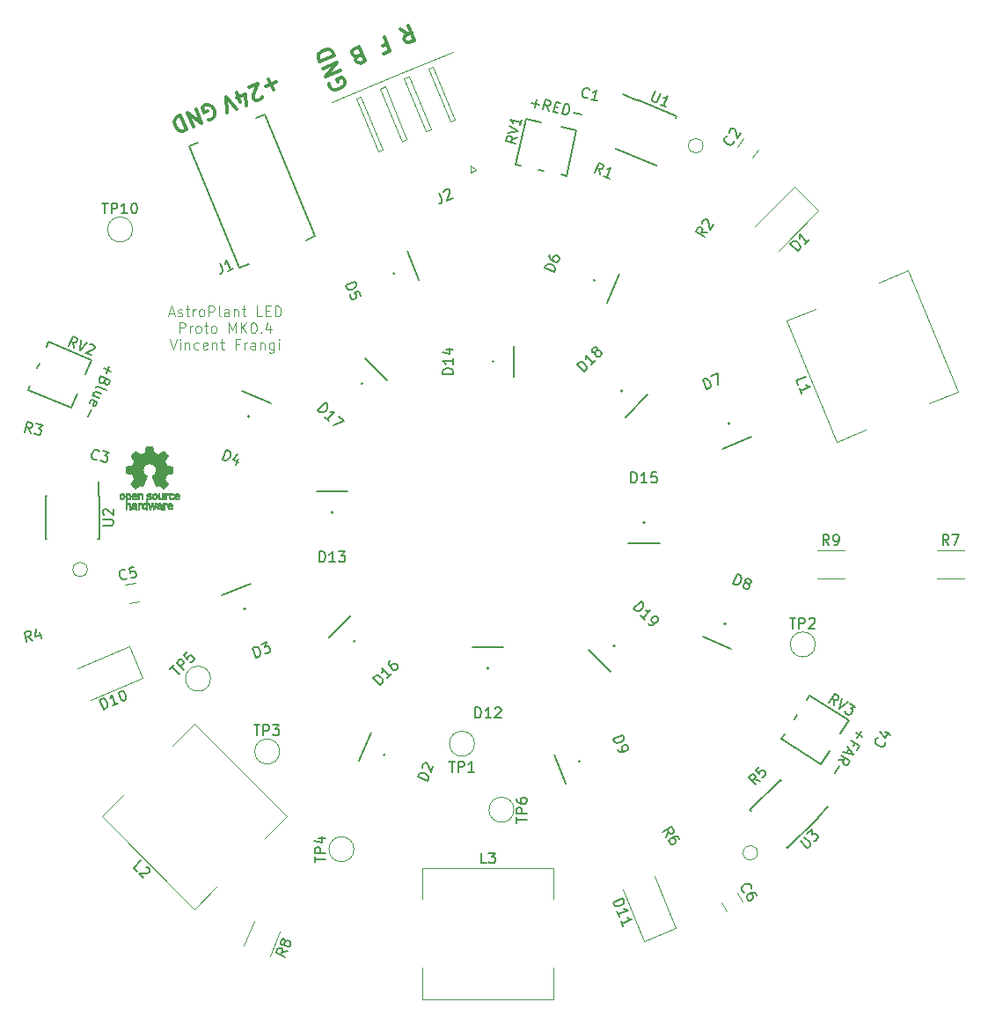
<source format=gbr>
G04 #@! TF.GenerationSoftware,KiCad,Pcbnew,(5.0.0-rc3-dev)*
G04 #@! TF.CreationDate,2018-07-06T19:52:13+00:00*
G04 #@! TF.ProjectId,Astroplant_LED,417374726F706C616E745F4C45442E6B,rev?*
G04 #@! TF.SameCoordinates,Original*
G04 #@! TF.FileFunction,Legend,Top*
G04 #@! TF.FilePolarity,Positive*
%FSLAX46Y46*%
G04 Gerber Fmt 4.6, Leading zero omitted, Abs format (unit mm)*
G04 Created by KiCad (PCBNEW (5.0.0-rc3-dev)) date Fri Jul  6 19:52:13 2018*
%MOMM*%
%LPD*%
G01*
G04 APERTURE LIST*
%ADD10C,0.300000*%
%ADD11C,0.100000*%
%ADD12C,0.150000*%
%ADD13C,0.120000*%
%ADD14C,0.010000*%
G04 APERTURE END LIST*
D10*
X84744442Y-58242874D02*
X84733120Y-58402192D01*
X84815124Y-58600166D01*
X84963119Y-58770806D01*
X85149770Y-58848119D01*
X85309088Y-58859442D01*
X85600388Y-58816095D01*
X85798362Y-58734091D01*
X86034993Y-58558762D01*
X86139641Y-58438101D01*
X86216955Y-58251449D01*
X86200943Y-58026141D01*
X86146274Y-57894158D01*
X85998279Y-57723518D01*
X85904953Y-57684861D01*
X85443013Y-57876203D01*
X85552351Y-58140169D01*
X85790925Y-57036270D02*
X84405106Y-57610295D01*
X85462911Y-56244373D01*
X84077091Y-56818398D01*
X85189565Y-55584459D02*
X83803746Y-56158484D01*
X83667073Y-55828527D01*
X83651061Y-55603219D01*
X83728375Y-55416567D01*
X83833023Y-55295906D01*
X84069654Y-55120577D01*
X84267628Y-55038573D01*
X84558928Y-54995226D01*
X84718246Y-55006549D01*
X84904898Y-55083863D01*
X85052893Y-55254502D01*
X85189565Y-55584459D01*
D11*
X69319047Y-80366666D02*
X69795238Y-80366666D01*
X69223809Y-80652380D02*
X69557142Y-79652380D01*
X69890476Y-80652380D01*
X70176190Y-80604761D02*
X70271428Y-80652380D01*
X70461904Y-80652380D01*
X70557142Y-80604761D01*
X70604761Y-80509523D01*
X70604761Y-80461904D01*
X70557142Y-80366666D01*
X70461904Y-80319047D01*
X70319047Y-80319047D01*
X70223809Y-80271428D01*
X70176190Y-80176190D01*
X70176190Y-80128571D01*
X70223809Y-80033333D01*
X70319047Y-79985714D01*
X70461904Y-79985714D01*
X70557142Y-80033333D01*
X70890476Y-79985714D02*
X71271428Y-79985714D01*
X71033333Y-79652380D02*
X71033333Y-80509523D01*
X71080952Y-80604761D01*
X71176190Y-80652380D01*
X71271428Y-80652380D01*
X71604761Y-80652380D02*
X71604761Y-79985714D01*
X71604761Y-80176190D02*
X71652380Y-80080952D01*
X71700000Y-80033333D01*
X71795238Y-79985714D01*
X71890476Y-79985714D01*
X72366666Y-80652380D02*
X72271428Y-80604761D01*
X72223809Y-80557142D01*
X72176190Y-80461904D01*
X72176190Y-80176190D01*
X72223809Y-80080952D01*
X72271428Y-80033333D01*
X72366666Y-79985714D01*
X72509523Y-79985714D01*
X72604761Y-80033333D01*
X72652380Y-80080952D01*
X72700000Y-80176190D01*
X72700000Y-80461904D01*
X72652380Y-80557142D01*
X72604761Y-80604761D01*
X72509523Y-80652380D01*
X72366666Y-80652380D01*
X73128571Y-80652380D02*
X73128571Y-79652380D01*
X73509523Y-79652380D01*
X73604761Y-79700000D01*
X73652380Y-79747619D01*
X73700000Y-79842857D01*
X73700000Y-79985714D01*
X73652380Y-80080952D01*
X73604761Y-80128571D01*
X73509523Y-80176190D01*
X73128571Y-80176190D01*
X74271428Y-80652380D02*
X74176190Y-80604761D01*
X74128571Y-80509523D01*
X74128571Y-79652380D01*
X75080952Y-80652380D02*
X75080952Y-80128571D01*
X75033333Y-80033333D01*
X74938095Y-79985714D01*
X74747619Y-79985714D01*
X74652380Y-80033333D01*
X75080952Y-80604761D02*
X74985714Y-80652380D01*
X74747619Y-80652380D01*
X74652380Y-80604761D01*
X74604761Y-80509523D01*
X74604761Y-80414285D01*
X74652380Y-80319047D01*
X74747619Y-80271428D01*
X74985714Y-80271428D01*
X75080952Y-80223809D01*
X75557142Y-79985714D02*
X75557142Y-80652380D01*
X75557142Y-80080952D02*
X75604761Y-80033333D01*
X75700000Y-79985714D01*
X75842857Y-79985714D01*
X75938095Y-80033333D01*
X75985714Y-80128571D01*
X75985714Y-80652380D01*
X76319047Y-79985714D02*
X76700000Y-79985714D01*
X76461904Y-79652380D02*
X76461904Y-80509523D01*
X76509523Y-80604761D01*
X76604761Y-80652380D01*
X76700000Y-80652380D01*
X78271428Y-80652380D02*
X77795238Y-80652380D01*
X77795238Y-79652380D01*
X78604761Y-80128571D02*
X78938095Y-80128571D01*
X79080952Y-80652380D02*
X78604761Y-80652380D01*
X78604761Y-79652380D01*
X79080952Y-79652380D01*
X79509523Y-80652380D02*
X79509523Y-79652380D01*
X79747619Y-79652380D01*
X79890476Y-79700000D01*
X79985714Y-79795238D01*
X80033333Y-79890476D01*
X80080952Y-80080952D01*
X80080952Y-80223809D01*
X80033333Y-80414285D01*
X79985714Y-80509523D01*
X79890476Y-80604761D01*
X79747619Y-80652380D01*
X79509523Y-80652380D01*
X70295238Y-82252380D02*
X70295238Y-81252380D01*
X70676190Y-81252380D01*
X70771428Y-81300000D01*
X70819047Y-81347619D01*
X70866666Y-81442857D01*
X70866666Y-81585714D01*
X70819047Y-81680952D01*
X70771428Y-81728571D01*
X70676190Y-81776190D01*
X70295238Y-81776190D01*
X71295238Y-82252380D02*
X71295238Y-81585714D01*
X71295238Y-81776190D02*
X71342857Y-81680952D01*
X71390476Y-81633333D01*
X71485714Y-81585714D01*
X71580952Y-81585714D01*
X72057142Y-82252380D02*
X71961904Y-82204761D01*
X71914285Y-82157142D01*
X71866666Y-82061904D01*
X71866666Y-81776190D01*
X71914285Y-81680952D01*
X71961904Y-81633333D01*
X72057142Y-81585714D01*
X72200000Y-81585714D01*
X72295238Y-81633333D01*
X72342857Y-81680952D01*
X72390476Y-81776190D01*
X72390476Y-82061904D01*
X72342857Y-82157142D01*
X72295238Y-82204761D01*
X72200000Y-82252380D01*
X72057142Y-82252380D01*
X72676190Y-81585714D02*
X73057142Y-81585714D01*
X72819047Y-81252380D02*
X72819047Y-82109523D01*
X72866666Y-82204761D01*
X72961904Y-82252380D01*
X73057142Y-82252380D01*
X73533333Y-82252380D02*
X73438095Y-82204761D01*
X73390476Y-82157142D01*
X73342857Y-82061904D01*
X73342857Y-81776190D01*
X73390476Y-81680952D01*
X73438095Y-81633333D01*
X73533333Y-81585714D01*
X73676190Y-81585714D01*
X73771428Y-81633333D01*
X73819047Y-81680952D01*
X73866666Y-81776190D01*
X73866666Y-82061904D01*
X73819047Y-82157142D01*
X73771428Y-82204761D01*
X73676190Y-82252380D01*
X73533333Y-82252380D01*
X75057142Y-82252380D02*
X75057142Y-81252380D01*
X75390476Y-81966666D01*
X75723809Y-81252380D01*
X75723809Y-82252380D01*
X76200000Y-82252380D02*
X76200000Y-81252380D01*
X76771428Y-82252380D02*
X76342857Y-81680952D01*
X76771428Y-81252380D02*
X76200000Y-81823809D01*
X77390476Y-81252380D02*
X77485714Y-81252380D01*
X77580952Y-81300000D01*
X77628571Y-81347619D01*
X77676190Y-81442857D01*
X77723809Y-81633333D01*
X77723809Y-81871428D01*
X77676190Y-82061904D01*
X77628571Y-82157142D01*
X77580952Y-82204761D01*
X77485714Y-82252380D01*
X77390476Y-82252380D01*
X77295238Y-82204761D01*
X77247619Y-82157142D01*
X77200000Y-82061904D01*
X77152380Y-81871428D01*
X77152380Y-81633333D01*
X77200000Y-81442857D01*
X77247619Y-81347619D01*
X77295238Y-81300000D01*
X77390476Y-81252380D01*
X78152380Y-82157142D02*
X78200000Y-82204761D01*
X78152380Y-82252380D01*
X78104761Y-82204761D01*
X78152380Y-82157142D01*
X78152380Y-82252380D01*
X79057142Y-81585714D02*
X79057142Y-82252380D01*
X78819047Y-81204761D02*
X78580952Y-81919047D01*
X79200000Y-81919047D01*
X69366666Y-82852380D02*
X69700000Y-83852380D01*
X70033333Y-82852380D01*
X70366666Y-83852380D02*
X70366666Y-83185714D01*
X70366666Y-82852380D02*
X70319047Y-82900000D01*
X70366666Y-82947619D01*
X70414285Y-82900000D01*
X70366666Y-82852380D01*
X70366666Y-82947619D01*
X70842857Y-83185714D02*
X70842857Y-83852380D01*
X70842857Y-83280952D02*
X70890476Y-83233333D01*
X70985714Y-83185714D01*
X71128571Y-83185714D01*
X71223809Y-83233333D01*
X71271428Y-83328571D01*
X71271428Y-83852380D01*
X72176190Y-83804761D02*
X72080952Y-83852380D01*
X71890476Y-83852380D01*
X71795238Y-83804761D01*
X71747619Y-83757142D01*
X71700000Y-83661904D01*
X71700000Y-83376190D01*
X71747619Y-83280952D01*
X71795238Y-83233333D01*
X71890476Y-83185714D01*
X72080952Y-83185714D01*
X72176190Y-83233333D01*
X72985714Y-83804761D02*
X72890476Y-83852380D01*
X72700000Y-83852380D01*
X72604761Y-83804761D01*
X72557142Y-83709523D01*
X72557142Y-83328571D01*
X72604761Y-83233333D01*
X72700000Y-83185714D01*
X72890476Y-83185714D01*
X72985714Y-83233333D01*
X73033333Y-83328571D01*
X73033333Y-83423809D01*
X72557142Y-83519047D01*
X73461904Y-83185714D02*
X73461904Y-83852380D01*
X73461904Y-83280952D02*
X73509523Y-83233333D01*
X73604761Y-83185714D01*
X73747619Y-83185714D01*
X73842857Y-83233333D01*
X73890476Y-83328571D01*
X73890476Y-83852380D01*
X74223809Y-83185714D02*
X74604761Y-83185714D01*
X74366666Y-82852380D02*
X74366666Y-83709523D01*
X74414285Y-83804761D01*
X74509523Y-83852380D01*
X74604761Y-83852380D01*
X76033333Y-83328571D02*
X75700000Y-83328571D01*
X75700000Y-83852380D02*
X75700000Y-82852380D01*
X76176190Y-82852380D01*
X76557142Y-83852380D02*
X76557142Y-83185714D01*
X76557142Y-83376190D02*
X76604761Y-83280952D01*
X76652380Y-83233333D01*
X76747619Y-83185714D01*
X76842857Y-83185714D01*
X77604761Y-83852380D02*
X77604761Y-83328571D01*
X77557142Y-83233333D01*
X77461904Y-83185714D01*
X77271428Y-83185714D01*
X77176190Y-83233333D01*
X77604761Y-83804761D02*
X77509523Y-83852380D01*
X77271428Y-83852380D01*
X77176190Y-83804761D01*
X77128571Y-83709523D01*
X77128571Y-83614285D01*
X77176190Y-83519047D01*
X77271428Y-83471428D01*
X77509523Y-83471428D01*
X77604761Y-83423809D01*
X78080952Y-83185714D02*
X78080952Y-83852380D01*
X78080952Y-83280952D02*
X78128571Y-83233333D01*
X78223809Y-83185714D01*
X78366666Y-83185714D01*
X78461904Y-83233333D01*
X78509523Y-83328571D01*
X78509523Y-83852380D01*
X79414285Y-83185714D02*
X79414285Y-83995238D01*
X79366666Y-84090476D01*
X79319047Y-84138095D01*
X79223809Y-84185714D01*
X79080952Y-84185714D01*
X78985714Y-84138095D01*
X79414285Y-83804761D02*
X79319047Y-83852380D01*
X79128571Y-83852380D01*
X79033333Y-83804761D01*
X78985714Y-83757142D01*
X78938095Y-83661904D01*
X78938095Y-83376190D01*
X78985714Y-83280952D01*
X79033333Y-83233333D01*
X79128571Y-83185714D01*
X79319047Y-83185714D01*
X79414285Y-83233333D01*
X79890476Y-83852380D02*
X79890476Y-83185714D01*
X79890476Y-82852380D02*
X79842857Y-82900000D01*
X79890476Y-82947619D01*
X79938095Y-82900000D01*
X79890476Y-82852380D01*
X79890476Y-82947619D01*
D12*
X104191914Y-60130534D02*
X104935178Y-60298036D01*
X104479795Y-60585917D02*
X104647297Y-59842653D01*
X105873416Y-60899983D02*
X105652926Y-60362161D01*
X105315968Y-60774357D02*
X105535814Y-59798822D01*
X105907446Y-59882573D01*
X105989885Y-59949965D01*
X106025870Y-60006888D01*
X106051387Y-60110265D01*
X106019980Y-60249627D01*
X105952588Y-60332066D01*
X105895665Y-60368051D01*
X105792288Y-60393567D01*
X105420656Y-60309816D01*
X106406660Y-60483209D02*
X106731838Y-60556491D01*
X106756042Y-61098892D02*
X106291502Y-60994203D01*
X106511348Y-60018668D01*
X106975889Y-60123357D01*
X107174129Y-61193111D02*
X107393975Y-60217577D01*
X107626245Y-60269921D01*
X107755138Y-60347782D01*
X107827109Y-60461628D01*
X107852625Y-60565004D01*
X107857203Y-60761289D01*
X107825797Y-60900651D01*
X107737467Y-61075999D01*
X107670075Y-61158438D01*
X107556230Y-61230408D01*
X107406399Y-61245456D01*
X107174129Y-61193111D01*
X108233414Y-61041325D02*
X108976679Y-61208827D01*
X135913315Y-120577850D02*
X135501704Y-121219001D01*
X135386934Y-120692619D02*
X136028085Y-121104231D01*
X135184582Y-121977401D02*
X135364662Y-121696897D01*
X134923871Y-121413914D02*
X135765381Y-121954155D01*
X135508124Y-122354874D01*
X134726965Y-122249492D02*
X134469708Y-122650211D01*
X134537985Y-122014994D02*
X135199415Y-122835737D01*
X134177825Y-122576001D01*
X133689036Y-123337368D02*
X134269835Y-123314121D01*
X133997744Y-122856504D02*
X134839255Y-123396745D01*
X134633449Y-123717320D01*
X134541926Y-123771738D01*
X134476128Y-123786085D01*
X134370259Y-123774705D01*
X134250043Y-123697528D01*
X134195625Y-123606004D01*
X134181278Y-123540207D01*
X134192658Y-123434337D01*
X134398464Y-123113762D01*
X133778080Y-123903821D02*
X133366468Y-124544972D01*
X63545386Y-85430983D02*
X63253817Y-86134892D01*
X63047647Y-85637153D02*
X63751556Y-85928722D01*
X63076009Y-86937463D02*
X62977346Y-87051223D01*
X62915128Y-87076994D01*
X62808917Y-87084542D01*
X62676934Y-87029873D01*
X62607168Y-86949433D01*
X62581397Y-86887216D01*
X62573849Y-86781004D01*
X62719633Y-86429050D01*
X63643513Y-86811733D01*
X63515951Y-87119693D01*
X63435511Y-87189459D01*
X63373294Y-87215230D01*
X63267082Y-87222778D01*
X63179094Y-87186332D01*
X63109328Y-87105892D01*
X63083557Y-87043675D01*
X63076009Y-86937463D01*
X63203570Y-86629503D01*
X62282281Y-87484912D02*
X62362721Y-87415147D01*
X62468932Y-87407599D01*
X63260829Y-87735613D01*
X62588409Y-88487937D02*
X61972489Y-88232815D01*
X62752416Y-88091989D02*
X62268479Y-87891536D01*
X62162268Y-87899084D01*
X62081827Y-87968849D01*
X62027158Y-88100832D01*
X62034707Y-88207044D01*
X62060478Y-88269261D01*
X61688469Y-89042935D02*
X61680921Y-88936723D01*
X61753813Y-88760746D01*
X61834253Y-88690980D01*
X61940465Y-88683432D01*
X62292419Y-88829216D01*
X62362184Y-88909657D01*
X62369733Y-89015868D01*
X62296841Y-89191845D01*
X62216400Y-89261611D01*
X62110189Y-89269159D01*
X62022200Y-89232713D01*
X62116442Y-88756324D01*
X61814199Y-89610438D02*
X61522630Y-90314347D01*
D10*
X89843027Y-54680990D02*
X90304967Y-54489648D01*
X90004287Y-53763743D02*
X90578312Y-55149562D01*
X89918398Y-55422908D01*
X87442014Y-55639988D02*
X87216705Y-55656001D01*
X87123380Y-55617344D01*
X87002719Y-55512695D01*
X86920716Y-55314721D01*
X86932038Y-55155404D01*
X86970695Y-55062078D01*
X87075343Y-54941418D01*
X87603274Y-54722741D01*
X88177299Y-56108561D01*
X87715360Y-56299902D01*
X87556042Y-56288580D01*
X87462716Y-56249923D01*
X87342056Y-56145275D01*
X87287387Y-56013292D01*
X87298709Y-55853975D01*
X87337366Y-55760649D01*
X87442014Y-55639988D01*
X87903954Y-55448647D01*
X91561377Y-53050756D02*
X92296662Y-53519328D01*
X92353274Y-52722741D02*
X92927299Y-54108561D01*
X92399368Y-54327237D01*
X92240051Y-54315915D01*
X92146725Y-54277258D01*
X92026064Y-54172609D01*
X91944061Y-53974635D01*
X91955383Y-53815318D01*
X91994040Y-53721992D01*
X92098688Y-53601332D01*
X92626619Y-53382655D01*
X79650679Y-58139635D02*
X78594817Y-58576987D01*
X78904072Y-57830380D02*
X79341424Y-58886242D01*
X78301574Y-59548903D02*
X78262917Y-59642229D01*
X78158269Y-59762890D01*
X77828312Y-59899562D01*
X77668995Y-59888240D01*
X77575669Y-59849583D01*
X77455008Y-59744935D01*
X77400339Y-59612952D01*
X77384327Y-59387643D01*
X77848210Y-58267732D01*
X76990321Y-58623081D01*
X76185160Y-60038982D02*
X75802476Y-59115103D01*
X76733793Y-60430241D02*
X76653732Y-59303697D01*
X75795844Y-59659046D01*
X75848570Y-60719598D02*
X74812605Y-59525121D01*
X74924691Y-61102282D01*
X73092874Y-61755557D02*
X73252192Y-61766879D01*
X73450166Y-61684875D01*
X73620806Y-61536880D01*
X73698119Y-61350229D01*
X73709442Y-61190911D01*
X73666095Y-60899611D01*
X73584091Y-60701637D01*
X73408762Y-60465006D01*
X73288101Y-60360358D01*
X73101449Y-60283044D01*
X72876141Y-60299056D01*
X72744158Y-60353725D01*
X72573518Y-60501720D01*
X72534861Y-60595046D01*
X72726203Y-61056986D01*
X72990169Y-60947648D01*
X71886270Y-60709074D02*
X72460295Y-62094893D01*
X71094373Y-61037088D01*
X71668398Y-62422908D01*
X70434459Y-61310434D02*
X71008484Y-62696253D01*
X70678527Y-62832926D01*
X70453219Y-62848938D01*
X70266567Y-62771624D01*
X70145906Y-62666976D01*
X69970577Y-62430345D01*
X69888573Y-62232371D01*
X69845226Y-61941071D01*
X69856549Y-61781753D01*
X69933863Y-61595101D01*
X70104502Y-61447106D01*
X70434459Y-61310434D01*
D12*
G04 #@! TO.C,RV1*
X102666509Y-66045337D02*
X103154277Y-66155260D01*
X102666509Y-66045337D02*
X103655818Y-61655432D01*
X105349230Y-66649914D02*
X104861462Y-66539991D01*
X107544182Y-67144568D02*
X107056415Y-67034645D01*
X108533491Y-62754663D02*
X107544182Y-67144568D01*
X105119119Y-61985201D02*
X103655818Y-61655432D01*
X107070190Y-62424893D02*
X108533491Y-62754663D01*
G04 #@! TO.C,RV2*
X57677980Y-83129263D02*
X57486638Y-83591203D01*
X57677980Y-83129263D02*
X61835438Y-84851339D01*
X56625600Y-85669932D02*
X56816942Y-85207992D01*
X55764562Y-87748661D02*
X55955904Y-87286721D01*
X59922020Y-89470737D02*
X55764562Y-87748661D01*
X61261412Y-86237158D02*
X61835438Y-84851339D01*
X60496046Y-88084919D02*
X59922020Y-89470737D01*
G04 #@! TO.C,RV3*
X130934042Y-117084552D02*
X130666866Y-117507184D01*
X130934042Y-117084552D02*
X134737720Y-119489138D01*
X129464573Y-119409023D02*
X129731749Y-118986392D01*
X128262280Y-121310862D02*
X128529456Y-120888231D01*
X132065958Y-123715448D02*
X128262280Y-121310862D01*
X133936191Y-120757031D02*
X134737720Y-119489138D01*
X132867487Y-122447556D02*
X132065958Y-123715448D01*
G04 #@! TO.C,D18*
X112928553Y-87853553D02*
G75*
G03X112928553Y-87853553I-75000J0D01*
G01*
X115328427Y-88207107D02*
X113207107Y-90328427D01*
G04 #@! TO.C,D19*
X112221447Y-112353553D02*
G75*
G03X112221447Y-112353553I-75000J0D01*
G01*
X111792893Y-114828427D02*
X109671573Y-112707107D01*
G04 #@! TO.C,D16*
X87221447Y-111896447D02*
G75*
G03X87221447Y-111896447I-75000J0D01*
G01*
X84671573Y-111542893D02*
X86792893Y-109421573D01*
G04 #@! TO.C,D14*
X100574999Y-85000000D02*
G75*
G03X100574999Y-85000000I-75000J0D01*
G01*
X102500000Y-83500000D02*
X102500000Y-86500000D01*
G04 #@! TO.C,D13*
X85075000Y-99500001D02*
G75*
G03X85075000Y-99500001I-75000J0D01*
G01*
X83500000Y-97500000D02*
X86500000Y-97500000D01*
G04 #@! TO.C,D9*
X108863061Y-123441341D02*
G75*
G03X108863061Y-123441341I-75000J0D01*
G01*
X107514326Y-125592528D02*
X106366276Y-122820889D01*
G04 #@! TO.C,D8*
X122883659Y-110211939D02*
G75*
G03X122883659Y-110211939I-75000J0D01*
G01*
X123429111Y-112633724D02*
X120657472Y-111485674D01*
G04 #@! TO.C,D7*
X123266341Y-90961939D02*
G75*
G03X123266341Y-90961939I-75000J0D01*
G01*
X125342528Y-92235674D02*
X122570889Y-93383724D01*
G04 #@! TO.C,D6*
X110286939Y-77191341D02*
G75*
G03X110286939Y-77191341I-75000J0D01*
G01*
X112633724Y-76570889D02*
X111485674Y-79342528D01*
G04 #@! TO.C,D5*
X91036939Y-76558659D02*
G75*
G03X91036939Y-76558659I-75000J0D01*
G01*
X92235674Y-74407472D02*
X93383724Y-77179111D01*
G04 #@! TO.C,D4*
X77016341Y-90288061D02*
G75*
G03X77016341Y-90288061I-75000J0D01*
G01*
X76320889Y-87866276D02*
X79092528Y-89014326D01*
G04 #@! TO.C,D3*
X76633659Y-108788061D02*
G75*
G03X76633659Y-108788061I-75000J0D01*
G01*
X74407472Y-107514326D02*
X77179111Y-106366276D01*
G04 #@! TO.C,D2*
X90113061Y-122808659D02*
G75*
G03X90113061Y-122808659I-75000J0D01*
G01*
X87616276Y-123429111D02*
X88764326Y-120657472D01*
G04 #@! TO.C,D15*
X115075000Y-100499999D02*
G75*
G03X115075000Y-100499999I-75000J0D01*
G01*
X116500000Y-102500000D02*
X113500000Y-102500000D01*
G04 #@! TO.C,D17*
X87928553Y-87146447D02*
G75*
G03X87928553Y-87146447I-75000J0D01*
G01*
X88207107Y-84671573D02*
X90328427Y-86792893D01*
G04 #@! TO.C,D12*
X100075000Y-114500001D02*
G75*
G03X100075000Y-114500001I-75000J0D01*
G01*
X98500000Y-112500000D02*
X101500000Y-112500000D01*
D13*
G04 #@! TO.C,TP1*
X98700000Y-121750000D02*
G75*
G03X98700000Y-121750000I-1200000J0D01*
G01*
G04 #@! TO.C,TP3*
X79950000Y-122500000D02*
G75*
G03X79950000Y-122500000I-1200000J0D01*
G01*
G04 #@! TO.C,TP9*
X125950000Y-132250000D02*
G75*
G03X125950000Y-132250000I-700000J0D01*
G01*
G04 #@! TO.C,TP7*
X120700000Y-64250000D02*
G75*
G03X120700000Y-64250000I-700000J0D01*
G01*
G04 #@! TO.C,TP8*
X61450000Y-105000000D02*
G75*
G03X61450000Y-105000000I-700000J0D01*
G01*
D12*
G04 #@! TO.C,U3*
X131788047Y-128853553D02*
X131752691Y-128818198D01*
X128853553Y-131788047D02*
X128751023Y-131685516D01*
X125211953Y-128146447D02*
X125314484Y-128248977D01*
X128146447Y-125211953D02*
X128248977Y-125314484D01*
X131788047Y-128853553D02*
X128853553Y-131788047D01*
X128146447Y-125211953D02*
X125211953Y-128146447D01*
X131752691Y-128818198D02*
X132742641Y-127828249D01*
G04 #@! TO.C,U2*
X62575000Y-97925000D02*
X62525000Y-97925000D01*
X62575000Y-102075000D02*
X62430000Y-102075000D01*
X57425000Y-102075000D02*
X57570000Y-102075000D01*
X57425000Y-97925000D02*
X57570000Y-97925000D01*
X62575000Y-97925000D02*
X62575000Y-102075000D01*
X57425000Y-97925000D02*
X57425000Y-102075000D01*
X62525000Y-97925000D02*
X62525000Y-96525000D01*
G04 #@! TO.C,U1*
X114318360Y-59826942D02*
X114299226Y-59873136D01*
X118152460Y-61415078D02*
X118096971Y-61549041D01*
X116181640Y-66173058D02*
X116237129Y-66039095D01*
X112347540Y-64584922D02*
X112403029Y-64450959D01*
X114318360Y-59826942D02*
X118152460Y-61415078D01*
X112347540Y-64584922D02*
X116181640Y-66173058D01*
X114299226Y-59873136D02*
X113005794Y-59337379D01*
D13*
G04 #@! TO.C,L2*
X80659545Y-128750000D02*
X78538225Y-130871320D01*
X71750000Y-119840455D02*
X80659545Y-128750000D01*
X69628680Y-121961775D02*
X71750000Y-119840455D01*
X62840455Y-128750000D02*
X64961775Y-126628680D01*
X71750000Y-137659545D02*
X62840455Y-128750000D01*
X73871320Y-135538225D02*
X71750000Y-137659545D01*
G04 #@! TO.C,D11*
X115026722Y-140772618D02*
X112960232Y-135783669D01*
X118075525Y-139509763D02*
X116009034Y-134520813D01*
X115026722Y-140772618D02*
X118075525Y-139509763D01*
G04 #@! TO.C,D10*
X66772618Y-115473278D02*
X61783669Y-117539768D01*
X65509763Y-112424475D02*
X60520813Y-114490966D01*
X66772618Y-115473278D02*
X65509763Y-112424475D01*
G04 #@! TO.C,D1*
X131820889Y-70512563D02*
X128002513Y-74330940D01*
X129487437Y-68179111D02*
X125669060Y-71997487D01*
X131820889Y-70512563D02*
X129487437Y-68179111D01*
G04 #@! TO.C,C6*
X122463636Y-137063630D02*
X122997988Y-137908892D01*
X124002012Y-136091108D02*
X124536364Y-136936370D01*
G04 #@! TO.C,C5*
X65462293Y-108247660D02*
X66437827Y-108027813D01*
X65062173Y-106472187D02*
X66037707Y-106252340D01*
G04 #@! TO.C,C2*
X125455386Y-65433126D02*
X126031818Y-64615981D01*
X123968182Y-64384019D02*
X124544614Y-63566874D01*
G04 #@! TO.C,L3*
X93700000Y-146300000D02*
X93700000Y-143300000D01*
X106300000Y-146300000D02*
X93700000Y-146300000D01*
X106300000Y-143300000D02*
X106300000Y-146300000D01*
X106300000Y-133700000D02*
X106300000Y-136700000D01*
X93700000Y-133700000D02*
X106300000Y-133700000D01*
X93700000Y-136700000D02*
X93700000Y-133700000D01*
G04 #@! TO.C,L1*
X145231347Y-87909535D02*
X142459708Y-89057586D01*
X140409535Y-76268653D02*
X145231347Y-87909535D01*
X137637897Y-77416704D02*
X140409535Y-76268653D01*
X128768653Y-81090465D02*
X131540292Y-79942414D01*
X133590465Y-92731347D02*
X128768653Y-81090465D01*
X136362103Y-91583296D02*
X133590465Y-92731347D01*
G04 #@! TO.C,R7*
X143200000Y-103140000D02*
X145800000Y-103140000D01*
X143200000Y-105860000D02*
X145800000Y-105860000D01*
G04 #@! TO.C,R8*
X77491012Y-138778507D02*
X76496035Y-141180594D01*
X80003965Y-139819406D02*
X79008988Y-142221493D01*
G04 #@! TO.C,R9*
X131700000Y-103140000D02*
X134300000Y-103140000D01*
X131700000Y-105860000D02*
X134300000Y-105860000D01*
D14*
G04 #@! TO.C,REF\002A\002A*
G36*
X67776964Y-93490018D02*
X67833812Y-93791570D01*
X68253338Y-93964512D01*
X68504984Y-93793395D01*
X68575458Y-93745750D01*
X68639163Y-93703210D01*
X68693126Y-93667715D01*
X68734373Y-93641210D01*
X68759934Y-93625636D01*
X68766895Y-93622278D01*
X68779435Y-93630914D01*
X68806231Y-93654792D01*
X68844280Y-93690859D01*
X68890579Y-93736067D01*
X68942123Y-93787364D01*
X68995909Y-93841701D01*
X69048935Y-93896028D01*
X69098195Y-93947295D01*
X69140687Y-93992451D01*
X69173407Y-94028446D01*
X69193351Y-94052230D01*
X69198119Y-94060190D01*
X69191257Y-94074865D01*
X69172020Y-94107014D01*
X69142430Y-94153492D01*
X69104510Y-94211156D01*
X69060282Y-94276860D01*
X69034654Y-94314336D01*
X68987941Y-94382768D01*
X68946432Y-94444520D01*
X68912140Y-94496519D01*
X68887080Y-94535692D01*
X68873264Y-94558965D01*
X68871188Y-94563855D01*
X68875895Y-94577755D01*
X68888723Y-94610150D01*
X68907738Y-94656485D01*
X68931003Y-94712206D01*
X68956584Y-94772758D01*
X68982545Y-94833586D01*
X69006950Y-94890136D01*
X69027863Y-94937852D01*
X69043349Y-94972181D01*
X69051472Y-94988568D01*
X69051952Y-94989212D01*
X69064707Y-94992341D01*
X69098677Y-94999321D01*
X69150340Y-95009467D01*
X69216176Y-95022092D01*
X69292664Y-95036509D01*
X69337290Y-95044823D01*
X69419021Y-95060384D01*
X69492843Y-95075192D01*
X69555021Y-95088436D01*
X69601822Y-95099305D01*
X69629509Y-95106989D01*
X69635074Y-95109427D01*
X69640526Y-95125930D01*
X69644924Y-95163200D01*
X69648272Y-95216880D01*
X69650574Y-95282612D01*
X69651832Y-95356037D01*
X69652048Y-95432796D01*
X69651227Y-95508532D01*
X69649371Y-95578886D01*
X69646482Y-95639500D01*
X69642565Y-95686016D01*
X69637622Y-95714075D01*
X69634657Y-95719916D01*
X69616934Y-95726917D01*
X69579381Y-95736927D01*
X69526964Y-95748769D01*
X69464652Y-95761267D01*
X69442900Y-95765310D01*
X69338024Y-95784520D01*
X69255180Y-95799991D01*
X69191630Y-95812337D01*
X69144637Y-95822173D01*
X69111463Y-95830114D01*
X69089371Y-95836776D01*
X69075624Y-95842773D01*
X69067484Y-95848719D01*
X69066345Y-95849894D01*
X69054977Y-95868826D01*
X69037635Y-95905669D01*
X69016050Y-95955913D01*
X68991954Y-96015046D01*
X68967079Y-96078556D01*
X68943157Y-96141932D01*
X68921919Y-96200662D01*
X68905097Y-96250235D01*
X68894422Y-96286139D01*
X68891627Y-96303862D01*
X68891860Y-96304483D01*
X68901331Y-96318970D01*
X68922818Y-96350844D01*
X68954063Y-96396789D01*
X68992807Y-96453485D01*
X69036793Y-96517617D01*
X69049319Y-96535842D01*
X69093984Y-96601914D01*
X69133288Y-96662200D01*
X69165088Y-96713235D01*
X69187245Y-96751560D01*
X69197617Y-96773711D01*
X69198119Y-96776432D01*
X69189405Y-96790736D01*
X69165325Y-96819072D01*
X69128976Y-96858396D01*
X69083453Y-96905661D01*
X69031852Y-96957823D01*
X68977267Y-97011835D01*
X68922794Y-97064653D01*
X68871529Y-97113231D01*
X68826567Y-97154523D01*
X68791004Y-97185485D01*
X68767935Y-97203070D01*
X68761554Y-97205941D01*
X68746699Y-97199178D01*
X68716286Y-97180939D01*
X68675268Y-97154297D01*
X68643709Y-97132852D01*
X68586525Y-97093503D01*
X68518806Y-97047171D01*
X68450880Y-97000913D01*
X68414361Y-96976155D01*
X68290752Y-96892547D01*
X68186991Y-96948650D01*
X68139720Y-96973228D01*
X68099523Y-96992331D01*
X68072326Y-97003227D01*
X68065402Y-97004743D01*
X68057077Y-96993549D01*
X68040654Y-96961917D01*
X68017357Y-96912765D01*
X67988414Y-96849010D01*
X67955050Y-96773571D01*
X67918491Y-96689364D01*
X67879964Y-96599308D01*
X67840694Y-96506321D01*
X67801908Y-96413320D01*
X67764830Y-96323223D01*
X67730689Y-96238948D01*
X67700708Y-96163413D01*
X67676116Y-96099534D01*
X67658136Y-96050231D01*
X67647997Y-96018421D01*
X67646366Y-96007496D01*
X67659291Y-95993561D01*
X67687589Y-95970940D01*
X67725346Y-95944333D01*
X67728515Y-95942228D01*
X67826100Y-95864114D01*
X67904786Y-95772982D01*
X67963891Y-95671745D01*
X68002732Y-95563318D01*
X68020628Y-95450614D01*
X68016897Y-95336548D01*
X67990857Y-95224034D01*
X67941825Y-95115985D01*
X67927400Y-95092345D01*
X67852369Y-94996887D01*
X67763730Y-94920232D01*
X67664549Y-94862780D01*
X67557895Y-94824929D01*
X67446836Y-94807078D01*
X67334439Y-94809625D01*
X67223773Y-94832970D01*
X67117906Y-94877510D01*
X67019905Y-94943645D01*
X66989590Y-94970487D01*
X66912438Y-95054512D01*
X66856218Y-95142966D01*
X66817653Y-95242115D01*
X66796174Y-95340303D01*
X66790872Y-95450697D01*
X66808552Y-95561640D01*
X66847419Y-95669381D01*
X66905677Y-95770169D01*
X66981531Y-95860256D01*
X67073183Y-95935892D01*
X67085228Y-95943864D01*
X67123389Y-95969974D01*
X67152399Y-95992595D01*
X67166268Y-96007039D01*
X67166469Y-96007496D01*
X67163492Y-96023121D01*
X67151689Y-96058582D01*
X67132286Y-96110962D01*
X67106512Y-96177345D01*
X67075591Y-96254814D01*
X67040751Y-96340450D01*
X67003217Y-96431337D01*
X66964217Y-96524559D01*
X66924977Y-96617197D01*
X66886724Y-96706335D01*
X66850683Y-96789055D01*
X66818083Y-96862441D01*
X66790148Y-96923575D01*
X66768105Y-96969541D01*
X66753182Y-96997421D01*
X66747172Y-97004743D01*
X66728809Y-96999041D01*
X66694448Y-96983749D01*
X66650016Y-96961599D01*
X66625583Y-96948650D01*
X66521822Y-96892547D01*
X66398213Y-96976155D01*
X66335114Y-97018987D01*
X66266030Y-97066122D01*
X66201293Y-97110503D01*
X66168866Y-97132852D01*
X66123259Y-97163477D01*
X66084640Y-97187747D01*
X66058048Y-97202587D01*
X66049410Y-97205724D01*
X66036839Y-97197261D01*
X66009016Y-97173636D01*
X65968639Y-97137302D01*
X65918405Y-97090711D01*
X65861012Y-97036317D01*
X65824714Y-97001392D01*
X65761210Y-96938996D01*
X65706327Y-96883188D01*
X65662286Y-96836354D01*
X65631305Y-96800882D01*
X65615602Y-96779161D01*
X65614095Y-96774752D01*
X65621086Y-96757985D01*
X65640406Y-96724082D01*
X65669909Y-96676476D01*
X65707455Y-96618599D01*
X65750900Y-96553884D01*
X65763255Y-96535842D01*
X65808273Y-96470267D01*
X65848660Y-96411228D01*
X65882160Y-96362042D01*
X65906514Y-96326028D01*
X65919464Y-96306502D01*
X65920715Y-96304483D01*
X65918844Y-96288922D01*
X65908913Y-96254709D01*
X65892653Y-96206355D01*
X65871795Y-96148371D01*
X65848073Y-96085270D01*
X65823216Y-96021563D01*
X65798958Y-95961761D01*
X65777029Y-95910376D01*
X65759162Y-95871919D01*
X65747087Y-95850902D01*
X65746229Y-95849894D01*
X65738846Y-95843888D01*
X65726375Y-95837948D01*
X65706080Y-95831460D01*
X65675222Y-95823809D01*
X65631066Y-95814380D01*
X65570874Y-95802559D01*
X65491907Y-95787729D01*
X65391430Y-95769277D01*
X65369675Y-95765310D01*
X65305198Y-95752853D01*
X65248989Y-95740666D01*
X65206013Y-95729926D01*
X65181240Y-95721809D01*
X65177918Y-95719916D01*
X65172444Y-95703138D01*
X65167994Y-95665645D01*
X65164572Y-95611794D01*
X65162181Y-95545944D01*
X65160823Y-95472453D01*
X65160501Y-95395680D01*
X65161219Y-95319983D01*
X65162979Y-95249720D01*
X65165784Y-95189250D01*
X65169638Y-95142930D01*
X65174543Y-95115119D01*
X65177500Y-95109427D01*
X65193963Y-95103686D01*
X65231449Y-95094345D01*
X65286225Y-95082215D01*
X65354555Y-95068107D01*
X65432706Y-95052830D01*
X65475284Y-95044823D01*
X65556071Y-95029721D01*
X65628113Y-95016040D01*
X65687889Y-95004467D01*
X65731879Y-94995687D01*
X65756561Y-94990387D01*
X65760623Y-94989212D01*
X65767489Y-94975965D01*
X65782002Y-94944057D01*
X65802229Y-94898047D01*
X65826234Y-94842492D01*
X65852082Y-94781953D01*
X65877840Y-94720986D01*
X65901573Y-94664151D01*
X65921346Y-94616006D01*
X65935224Y-94581110D01*
X65941274Y-94564021D01*
X65941386Y-94563274D01*
X65934528Y-94549793D01*
X65915302Y-94518770D01*
X65885728Y-94473289D01*
X65847827Y-94416432D01*
X65803620Y-94351283D01*
X65777921Y-94313862D01*
X65731093Y-94245247D01*
X65689501Y-94182952D01*
X65655175Y-94130129D01*
X65630143Y-94089927D01*
X65616435Y-94065500D01*
X65614456Y-94060024D01*
X65622966Y-94047278D01*
X65646493Y-94020063D01*
X65682032Y-93981428D01*
X65726577Y-93934423D01*
X65777123Y-93882095D01*
X65830664Y-93827495D01*
X65884195Y-93773670D01*
X65934711Y-93723670D01*
X65979206Y-93680543D01*
X66014675Y-93647339D01*
X66038113Y-93627106D01*
X66045954Y-93622278D01*
X66058720Y-93629067D01*
X66089256Y-93648142D01*
X66134590Y-93677561D01*
X66191756Y-93715381D01*
X66257784Y-93759661D01*
X66307590Y-93793395D01*
X66559236Y-93964512D01*
X66768999Y-93878041D01*
X66978763Y-93791570D01*
X67035611Y-93490018D01*
X67092460Y-93188466D01*
X67720115Y-93188466D01*
X67776964Y-93490018D01*
X67776964Y-93490018D01*
G37*
X67776964Y-93490018D02*
X67833812Y-93791570D01*
X68253338Y-93964512D01*
X68504984Y-93793395D01*
X68575458Y-93745750D01*
X68639163Y-93703210D01*
X68693126Y-93667715D01*
X68734373Y-93641210D01*
X68759934Y-93625636D01*
X68766895Y-93622278D01*
X68779435Y-93630914D01*
X68806231Y-93654792D01*
X68844280Y-93690859D01*
X68890579Y-93736067D01*
X68942123Y-93787364D01*
X68995909Y-93841701D01*
X69048935Y-93896028D01*
X69098195Y-93947295D01*
X69140687Y-93992451D01*
X69173407Y-94028446D01*
X69193351Y-94052230D01*
X69198119Y-94060190D01*
X69191257Y-94074865D01*
X69172020Y-94107014D01*
X69142430Y-94153492D01*
X69104510Y-94211156D01*
X69060282Y-94276860D01*
X69034654Y-94314336D01*
X68987941Y-94382768D01*
X68946432Y-94444520D01*
X68912140Y-94496519D01*
X68887080Y-94535692D01*
X68873264Y-94558965D01*
X68871188Y-94563855D01*
X68875895Y-94577755D01*
X68888723Y-94610150D01*
X68907738Y-94656485D01*
X68931003Y-94712206D01*
X68956584Y-94772758D01*
X68982545Y-94833586D01*
X69006950Y-94890136D01*
X69027863Y-94937852D01*
X69043349Y-94972181D01*
X69051472Y-94988568D01*
X69051952Y-94989212D01*
X69064707Y-94992341D01*
X69098677Y-94999321D01*
X69150340Y-95009467D01*
X69216176Y-95022092D01*
X69292664Y-95036509D01*
X69337290Y-95044823D01*
X69419021Y-95060384D01*
X69492843Y-95075192D01*
X69555021Y-95088436D01*
X69601822Y-95099305D01*
X69629509Y-95106989D01*
X69635074Y-95109427D01*
X69640526Y-95125930D01*
X69644924Y-95163200D01*
X69648272Y-95216880D01*
X69650574Y-95282612D01*
X69651832Y-95356037D01*
X69652048Y-95432796D01*
X69651227Y-95508532D01*
X69649371Y-95578886D01*
X69646482Y-95639500D01*
X69642565Y-95686016D01*
X69637622Y-95714075D01*
X69634657Y-95719916D01*
X69616934Y-95726917D01*
X69579381Y-95736927D01*
X69526964Y-95748769D01*
X69464652Y-95761267D01*
X69442900Y-95765310D01*
X69338024Y-95784520D01*
X69255180Y-95799991D01*
X69191630Y-95812337D01*
X69144637Y-95822173D01*
X69111463Y-95830114D01*
X69089371Y-95836776D01*
X69075624Y-95842773D01*
X69067484Y-95848719D01*
X69066345Y-95849894D01*
X69054977Y-95868826D01*
X69037635Y-95905669D01*
X69016050Y-95955913D01*
X68991954Y-96015046D01*
X68967079Y-96078556D01*
X68943157Y-96141932D01*
X68921919Y-96200662D01*
X68905097Y-96250235D01*
X68894422Y-96286139D01*
X68891627Y-96303862D01*
X68891860Y-96304483D01*
X68901331Y-96318970D01*
X68922818Y-96350844D01*
X68954063Y-96396789D01*
X68992807Y-96453485D01*
X69036793Y-96517617D01*
X69049319Y-96535842D01*
X69093984Y-96601914D01*
X69133288Y-96662200D01*
X69165088Y-96713235D01*
X69187245Y-96751560D01*
X69197617Y-96773711D01*
X69198119Y-96776432D01*
X69189405Y-96790736D01*
X69165325Y-96819072D01*
X69128976Y-96858396D01*
X69083453Y-96905661D01*
X69031852Y-96957823D01*
X68977267Y-97011835D01*
X68922794Y-97064653D01*
X68871529Y-97113231D01*
X68826567Y-97154523D01*
X68791004Y-97185485D01*
X68767935Y-97203070D01*
X68761554Y-97205941D01*
X68746699Y-97199178D01*
X68716286Y-97180939D01*
X68675268Y-97154297D01*
X68643709Y-97132852D01*
X68586525Y-97093503D01*
X68518806Y-97047171D01*
X68450880Y-97000913D01*
X68414361Y-96976155D01*
X68290752Y-96892547D01*
X68186991Y-96948650D01*
X68139720Y-96973228D01*
X68099523Y-96992331D01*
X68072326Y-97003227D01*
X68065402Y-97004743D01*
X68057077Y-96993549D01*
X68040654Y-96961917D01*
X68017357Y-96912765D01*
X67988414Y-96849010D01*
X67955050Y-96773571D01*
X67918491Y-96689364D01*
X67879964Y-96599308D01*
X67840694Y-96506321D01*
X67801908Y-96413320D01*
X67764830Y-96323223D01*
X67730689Y-96238948D01*
X67700708Y-96163413D01*
X67676116Y-96099534D01*
X67658136Y-96050231D01*
X67647997Y-96018421D01*
X67646366Y-96007496D01*
X67659291Y-95993561D01*
X67687589Y-95970940D01*
X67725346Y-95944333D01*
X67728515Y-95942228D01*
X67826100Y-95864114D01*
X67904786Y-95772982D01*
X67963891Y-95671745D01*
X68002732Y-95563318D01*
X68020628Y-95450614D01*
X68016897Y-95336548D01*
X67990857Y-95224034D01*
X67941825Y-95115985D01*
X67927400Y-95092345D01*
X67852369Y-94996887D01*
X67763730Y-94920232D01*
X67664549Y-94862780D01*
X67557895Y-94824929D01*
X67446836Y-94807078D01*
X67334439Y-94809625D01*
X67223773Y-94832970D01*
X67117906Y-94877510D01*
X67019905Y-94943645D01*
X66989590Y-94970487D01*
X66912438Y-95054512D01*
X66856218Y-95142966D01*
X66817653Y-95242115D01*
X66796174Y-95340303D01*
X66790872Y-95450697D01*
X66808552Y-95561640D01*
X66847419Y-95669381D01*
X66905677Y-95770169D01*
X66981531Y-95860256D01*
X67073183Y-95935892D01*
X67085228Y-95943864D01*
X67123389Y-95969974D01*
X67152399Y-95992595D01*
X67166268Y-96007039D01*
X67166469Y-96007496D01*
X67163492Y-96023121D01*
X67151689Y-96058582D01*
X67132286Y-96110962D01*
X67106512Y-96177345D01*
X67075591Y-96254814D01*
X67040751Y-96340450D01*
X67003217Y-96431337D01*
X66964217Y-96524559D01*
X66924977Y-96617197D01*
X66886724Y-96706335D01*
X66850683Y-96789055D01*
X66818083Y-96862441D01*
X66790148Y-96923575D01*
X66768105Y-96969541D01*
X66753182Y-96997421D01*
X66747172Y-97004743D01*
X66728809Y-96999041D01*
X66694448Y-96983749D01*
X66650016Y-96961599D01*
X66625583Y-96948650D01*
X66521822Y-96892547D01*
X66398213Y-96976155D01*
X66335114Y-97018987D01*
X66266030Y-97066122D01*
X66201293Y-97110503D01*
X66168866Y-97132852D01*
X66123259Y-97163477D01*
X66084640Y-97187747D01*
X66058048Y-97202587D01*
X66049410Y-97205724D01*
X66036839Y-97197261D01*
X66009016Y-97173636D01*
X65968639Y-97137302D01*
X65918405Y-97090711D01*
X65861012Y-97036317D01*
X65824714Y-97001392D01*
X65761210Y-96938996D01*
X65706327Y-96883188D01*
X65662286Y-96836354D01*
X65631305Y-96800882D01*
X65615602Y-96779161D01*
X65614095Y-96774752D01*
X65621086Y-96757985D01*
X65640406Y-96724082D01*
X65669909Y-96676476D01*
X65707455Y-96618599D01*
X65750900Y-96553884D01*
X65763255Y-96535842D01*
X65808273Y-96470267D01*
X65848660Y-96411228D01*
X65882160Y-96362042D01*
X65906514Y-96326028D01*
X65919464Y-96306502D01*
X65920715Y-96304483D01*
X65918844Y-96288922D01*
X65908913Y-96254709D01*
X65892653Y-96206355D01*
X65871795Y-96148371D01*
X65848073Y-96085270D01*
X65823216Y-96021563D01*
X65798958Y-95961761D01*
X65777029Y-95910376D01*
X65759162Y-95871919D01*
X65747087Y-95850902D01*
X65746229Y-95849894D01*
X65738846Y-95843888D01*
X65726375Y-95837948D01*
X65706080Y-95831460D01*
X65675222Y-95823809D01*
X65631066Y-95814380D01*
X65570874Y-95802559D01*
X65491907Y-95787729D01*
X65391430Y-95769277D01*
X65369675Y-95765310D01*
X65305198Y-95752853D01*
X65248989Y-95740666D01*
X65206013Y-95729926D01*
X65181240Y-95721809D01*
X65177918Y-95719916D01*
X65172444Y-95703138D01*
X65167994Y-95665645D01*
X65164572Y-95611794D01*
X65162181Y-95545944D01*
X65160823Y-95472453D01*
X65160501Y-95395680D01*
X65161219Y-95319983D01*
X65162979Y-95249720D01*
X65165784Y-95189250D01*
X65169638Y-95142930D01*
X65174543Y-95115119D01*
X65177500Y-95109427D01*
X65193963Y-95103686D01*
X65231449Y-95094345D01*
X65286225Y-95082215D01*
X65354555Y-95068107D01*
X65432706Y-95052830D01*
X65475284Y-95044823D01*
X65556071Y-95029721D01*
X65628113Y-95016040D01*
X65687889Y-95004467D01*
X65731879Y-94995687D01*
X65756561Y-94990387D01*
X65760623Y-94989212D01*
X65767489Y-94975965D01*
X65782002Y-94944057D01*
X65802229Y-94898047D01*
X65826234Y-94842492D01*
X65852082Y-94781953D01*
X65877840Y-94720986D01*
X65901573Y-94664151D01*
X65921346Y-94616006D01*
X65935224Y-94581110D01*
X65941274Y-94564021D01*
X65941386Y-94563274D01*
X65934528Y-94549793D01*
X65915302Y-94518770D01*
X65885728Y-94473289D01*
X65847827Y-94416432D01*
X65803620Y-94351283D01*
X65777921Y-94313862D01*
X65731093Y-94245247D01*
X65689501Y-94182952D01*
X65655175Y-94130129D01*
X65630143Y-94089927D01*
X65616435Y-94065500D01*
X65614456Y-94060024D01*
X65622966Y-94047278D01*
X65646493Y-94020063D01*
X65682032Y-93981428D01*
X65726577Y-93934423D01*
X65777123Y-93882095D01*
X65830664Y-93827495D01*
X65884195Y-93773670D01*
X65934711Y-93723670D01*
X65979206Y-93680543D01*
X66014675Y-93647339D01*
X66038113Y-93627106D01*
X66045954Y-93622278D01*
X66058720Y-93629067D01*
X66089256Y-93648142D01*
X66134590Y-93677561D01*
X66191756Y-93715381D01*
X66257784Y-93759661D01*
X66307590Y-93793395D01*
X66559236Y-93964512D01*
X66768999Y-93878041D01*
X66978763Y-93791570D01*
X67035611Y-93490018D01*
X67092460Y-93188466D01*
X67720115Y-93188466D01*
X67776964Y-93490018D01*
G36*
X69199460Y-97658030D02*
X69242711Y-97671245D01*
X69270558Y-97687941D01*
X69279629Y-97701145D01*
X69277132Y-97716797D01*
X69260931Y-97741385D01*
X69247232Y-97758800D01*
X69218992Y-97790283D01*
X69197775Y-97803529D01*
X69179688Y-97802664D01*
X69126035Y-97789010D01*
X69086630Y-97789630D01*
X69054632Y-97805104D01*
X69043890Y-97814161D01*
X69009505Y-97846027D01*
X69009505Y-98262179D01*
X68871188Y-98262179D01*
X68871188Y-97658614D01*
X68940347Y-97658614D01*
X68981869Y-97660256D01*
X69003291Y-97666087D01*
X69009502Y-97677461D01*
X69009505Y-97677798D01*
X69012439Y-97689713D01*
X69025704Y-97688159D01*
X69044084Y-97679563D01*
X69082046Y-97663568D01*
X69112872Y-97653945D01*
X69152536Y-97651478D01*
X69199460Y-97658030D01*
X69199460Y-97658030D01*
G37*
X69199460Y-97658030D02*
X69242711Y-97671245D01*
X69270558Y-97687941D01*
X69279629Y-97701145D01*
X69277132Y-97716797D01*
X69260931Y-97741385D01*
X69247232Y-97758800D01*
X69218992Y-97790283D01*
X69197775Y-97803529D01*
X69179688Y-97802664D01*
X69126035Y-97789010D01*
X69086630Y-97789630D01*
X69054632Y-97805104D01*
X69043890Y-97814161D01*
X69009505Y-97846027D01*
X69009505Y-98262179D01*
X68871188Y-98262179D01*
X68871188Y-97658614D01*
X68940347Y-97658614D01*
X68981869Y-97660256D01*
X69003291Y-97666087D01*
X69009502Y-97677461D01*
X69009505Y-97677798D01*
X69012439Y-97689713D01*
X69025704Y-97688159D01*
X69044084Y-97679563D01*
X69082046Y-97663568D01*
X69112872Y-97653945D01*
X69152536Y-97651478D01*
X69199460Y-97658030D01*
G36*
X66645988Y-97669002D02*
X66677283Y-97683950D01*
X66707591Y-97705541D01*
X66730682Y-97730391D01*
X66747500Y-97762087D01*
X66758994Y-97804214D01*
X66766109Y-97860358D01*
X66769793Y-97934106D01*
X66770992Y-98029044D01*
X66771011Y-98038985D01*
X66771287Y-98262179D01*
X66632970Y-98262179D01*
X66632970Y-98056418D01*
X66632872Y-97980189D01*
X66632191Y-97924939D01*
X66630349Y-97886501D01*
X66626767Y-97860706D01*
X66620868Y-97843384D01*
X66612073Y-97830368D01*
X66599820Y-97817507D01*
X66556953Y-97789873D01*
X66510157Y-97784745D01*
X66465576Y-97802217D01*
X66450072Y-97815221D01*
X66438690Y-97827447D01*
X66430519Y-97840540D01*
X66425026Y-97858615D01*
X66421680Y-97885787D01*
X66419949Y-97926170D01*
X66419303Y-97983879D01*
X66419208Y-98054132D01*
X66419208Y-98262179D01*
X66280891Y-98262179D01*
X66280891Y-97658614D01*
X66350050Y-97658614D01*
X66391572Y-97660256D01*
X66412994Y-97666087D01*
X66419205Y-97677461D01*
X66419208Y-97677798D01*
X66422090Y-97688938D01*
X66434801Y-97687674D01*
X66460074Y-97675434D01*
X66517395Y-97657424D01*
X66582963Y-97655421D01*
X66645988Y-97669002D01*
X66645988Y-97669002D01*
G37*
X66645988Y-97669002D02*
X66677283Y-97683950D01*
X66707591Y-97705541D01*
X66730682Y-97730391D01*
X66747500Y-97762087D01*
X66758994Y-97804214D01*
X66766109Y-97860358D01*
X66769793Y-97934106D01*
X66770992Y-98029044D01*
X66771011Y-98038985D01*
X66771287Y-98262179D01*
X66632970Y-98262179D01*
X66632970Y-98056418D01*
X66632872Y-97980189D01*
X66632191Y-97924939D01*
X66630349Y-97886501D01*
X66626767Y-97860706D01*
X66620868Y-97843384D01*
X66612073Y-97830368D01*
X66599820Y-97817507D01*
X66556953Y-97789873D01*
X66510157Y-97784745D01*
X66465576Y-97802217D01*
X66450072Y-97815221D01*
X66438690Y-97827447D01*
X66430519Y-97840540D01*
X66425026Y-97858615D01*
X66421680Y-97885787D01*
X66419949Y-97926170D01*
X66419303Y-97983879D01*
X66419208Y-98054132D01*
X66419208Y-98262179D01*
X66280891Y-98262179D01*
X66280891Y-97658614D01*
X66350050Y-97658614D01*
X66391572Y-97660256D01*
X66412994Y-97666087D01*
X66419205Y-97677461D01*
X66419208Y-97677798D01*
X66422090Y-97688938D01*
X66434801Y-97687674D01*
X66460074Y-97675434D01*
X66517395Y-97657424D01*
X66582963Y-97655421D01*
X66645988Y-97669002D01*
G36*
X70077898Y-97656457D02*
X70110096Y-97664279D01*
X70171825Y-97692921D01*
X70224610Y-97736667D01*
X70261141Y-97789117D01*
X70266160Y-97800893D01*
X70273045Y-97831740D01*
X70277864Y-97877371D01*
X70279505Y-97923492D01*
X70279505Y-98010693D01*
X70097178Y-98010693D01*
X70021979Y-98010978D01*
X69969003Y-98012704D01*
X69935325Y-98017181D01*
X69918020Y-98025720D01*
X69914163Y-98039630D01*
X69920829Y-98060222D01*
X69932770Y-98084315D01*
X69966080Y-98124525D01*
X70012368Y-98144558D01*
X70068944Y-98143905D01*
X70133031Y-98122101D01*
X70188417Y-98095193D01*
X70234375Y-98131532D01*
X70280333Y-98167872D01*
X70237096Y-98207819D01*
X70179374Y-98245563D01*
X70108386Y-98268320D01*
X70032029Y-98274688D01*
X69958199Y-98263268D01*
X69946287Y-98259393D01*
X69881399Y-98225506D01*
X69833130Y-98174986D01*
X69800465Y-98106325D01*
X69782385Y-98018014D01*
X69782175Y-98016121D01*
X69780556Y-97919878D01*
X69787100Y-97885542D01*
X69914852Y-97885542D01*
X69926584Y-97890822D01*
X69958438Y-97894867D01*
X70005397Y-97897176D01*
X70035154Y-97897525D01*
X70090648Y-97897306D01*
X70125346Y-97895916D01*
X70143601Y-97892251D01*
X70149766Y-97885210D01*
X70148195Y-97873690D01*
X70146878Y-97869233D01*
X70124382Y-97827355D01*
X70089003Y-97793604D01*
X70057780Y-97778773D01*
X70016301Y-97779668D01*
X69974269Y-97798164D01*
X69939012Y-97828786D01*
X69917854Y-97866062D01*
X69914852Y-97885542D01*
X69787100Y-97885542D01*
X69796690Y-97835229D01*
X69828698Y-97764191D01*
X69874701Y-97708779D01*
X69932821Y-97671009D01*
X70001180Y-97652896D01*
X70077898Y-97656457D01*
X70077898Y-97656457D01*
G37*
X70077898Y-97656457D02*
X70110096Y-97664279D01*
X70171825Y-97692921D01*
X70224610Y-97736667D01*
X70261141Y-97789117D01*
X70266160Y-97800893D01*
X70273045Y-97831740D01*
X70277864Y-97877371D01*
X70279505Y-97923492D01*
X70279505Y-98010693D01*
X70097178Y-98010693D01*
X70021979Y-98010978D01*
X69969003Y-98012704D01*
X69935325Y-98017181D01*
X69918020Y-98025720D01*
X69914163Y-98039630D01*
X69920829Y-98060222D01*
X69932770Y-98084315D01*
X69966080Y-98124525D01*
X70012368Y-98144558D01*
X70068944Y-98143905D01*
X70133031Y-98122101D01*
X70188417Y-98095193D01*
X70234375Y-98131532D01*
X70280333Y-98167872D01*
X70237096Y-98207819D01*
X70179374Y-98245563D01*
X70108386Y-98268320D01*
X70032029Y-98274688D01*
X69958199Y-98263268D01*
X69946287Y-98259393D01*
X69881399Y-98225506D01*
X69833130Y-98174986D01*
X69800465Y-98106325D01*
X69782385Y-98018014D01*
X69782175Y-98016121D01*
X69780556Y-97919878D01*
X69787100Y-97885542D01*
X69914852Y-97885542D01*
X69926584Y-97890822D01*
X69958438Y-97894867D01*
X70005397Y-97897176D01*
X70035154Y-97897525D01*
X70090648Y-97897306D01*
X70125346Y-97895916D01*
X70143601Y-97892251D01*
X70149766Y-97885210D01*
X70148195Y-97873690D01*
X70146878Y-97869233D01*
X70124382Y-97827355D01*
X70089003Y-97793604D01*
X70057780Y-97778773D01*
X70016301Y-97779668D01*
X69974269Y-97798164D01*
X69939012Y-97828786D01*
X69917854Y-97866062D01*
X69914852Y-97885542D01*
X69787100Y-97885542D01*
X69796690Y-97835229D01*
X69828698Y-97764191D01*
X69874701Y-97708779D01*
X69932821Y-97671009D01*
X70001180Y-97652896D01*
X70077898Y-97656457D01*
G36*
X69617226Y-97663880D02*
X69690080Y-97694830D01*
X69713027Y-97709895D01*
X69742354Y-97733048D01*
X69760764Y-97751253D01*
X69763961Y-97757183D01*
X69754935Y-97770340D01*
X69731837Y-97792667D01*
X69713344Y-97808250D01*
X69662728Y-97848926D01*
X69622760Y-97815295D01*
X69591874Y-97793584D01*
X69561759Y-97786090D01*
X69527292Y-97787920D01*
X69472561Y-97801528D01*
X69434886Y-97829772D01*
X69411991Y-97875433D01*
X69401597Y-97941289D01*
X69401595Y-97941331D01*
X69402494Y-98014939D01*
X69416463Y-98068946D01*
X69444328Y-98105716D01*
X69463325Y-98118168D01*
X69513776Y-98133673D01*
X69567663Y-98133683D01*
X69614546Y-98118638D01*
X69625644Y-98111287D01*
X69653476Y-98092511D01*
X69675236Y-98089434D01*
X69698704Y-98103409D01*
X69724649Y-98128510D01*
X69765716Y-98170880D01*
X69720121Y-98208464D01*
X69649674Y-98250882D01*
X69570233Y-98271785D01*
X69487215Y-98270272D01*
X69432694Y-98256411D01*
X69368970Y-98222135D01*
X69318005Y-98168212D01*
X69294851Y-98130149D01*
X69276099Y-98075536D01*
X69266715Y-98006369D01*
X69266643Y-97931407D01*
X69275824Y-97859409D01*
X69294199Y-97799137D01*
X69297093Y-97792958D01*
X69339952Y-97732351D01*
X69397979Y-97688224D01*
X69466591Y-97661493D01*
X69541201Y-97653073D01*
X69617226Y-97663880D01*
X69617226Y-97663880D01*
G37*
X69617226Y-97663880D02*
X69690080Y-97694830D01*
X69713027Y-97709895D01*
X69742354Y-97733048D01*
X69760764Y-97751253D01*
X69763961Y-97757183D01*
X69754935Y-97770340D01*
X69731837Y-97792667D01*
X69713344Y-97808250D01*
X69662728Y-97848926D01*
X69622760Y-97815295D01*
X69591874Y-97793584D01*
X69561759Y-97786090D01*
X69527292Y-97787920D01*
X69472561Y-97801528D01*
X69434886Y-97829772D01*
X69411991Y-97875433D01*
X69401597Y-97941289D01*
X69401595Y-97941331D01*
X69402494Y-98014939D01*
X69416463Y-98068946D01*
X69444328Y-98105716D01*
X69463325Y-98118168D01*
X69513776Y-98133673D01*
X69567663Y-98133683D01*
X69614546Y-98118638D01*
X69625644Y-98111287D01*
X69653476Y-98092511D01*
X69675236Y-98089434D01*
X69698704Y-98103409D01*
X69724649Y-98128510D01*
X69765716Y-98170880D01*
X69720121Y-98208464D01*
X69649674Y-98250882D01*
X69570233Y-98271785D01*
X69487215Y-98270272D01*
X69432694Y-98256411D01*
X69368970Y-98222135D01*
X69318005Y-98168212D01*
X69294851Y-98130149D01*
X69276099Y-98075536D01*
X69266715Y-98006369D01*
X69266643Y-97931407D01*
X69275824Y-97859409D01*
X69294199Y-97799137D01*
X69297093Y-97792958D01*
X69339952Y-97732351D01*
X69397979Y-97688224D01*
X69466591Y-97661493D01*
X69541201Y-97653073D01*
X69617226Y-97663880D01*
G36*
X68393367Y-97854342D02*
X68394555Y-97946563D01*
X68398897Y-98016610D01*
X68407558Y-98067381D01*
X68421704Y-98101772D01*
X68442500Y-98122679D01*
X68471110Y-98133000D01*
X68506535Y-98135636D01*
X68543636Y-98132682D01*
X68571818Y-98121889D01*
X68592243Y-98100360D01*
X68606079Y-98065199D01*
X68614491Y-98013510D01*
X68618643Y-97942394D01*
X68619703Y-97854342D01*
X68619703Y-97658614D01*
X68758020Y-97658614D01*
X68758020Y-98262179D01*
X68688862Y-98262179D01*
X68647170Y-98260489D01*
X68625701Y-98254556D01*
X68619703Y-98243293D01*
X68616091Y-98233261D01*
X68601714Y-98235383D01*
X68572736Y-98249580D01*
X68506319Y-98271480D01*
X68435875Y-98269928D01*
X68368377Y-98246147D01*
X68336233Y-98227362D01*
X68311715Y-98207022D01*
X68293804Y-98181573D01*
X68281479Y-98147458D01*
X68273723Y-98101121D01*
X68269516Y-98039007D01*
X68267840Y-97957561D01*
X68267624Y-97894578D01*
X68267624Y-97658614D01*
X68393367Y-97658614D01*
X68393367Y-97854342D01*
X68393367Y-97854342D01*
G37*
X68393367Y-97854342D02*
X68394555Y-97946563D01*
X68398897Y-98016610D01*
X68407558Y-98067381D01*
X68421704Y-98101772D01*
X68442500Y-98122679D01*
X68471110Y-98133000D01*
X68506535Y-98135636D01*
X68543636Y-98132682D01*
X68571818Y-98121889D01*
X68592243Y-98100360D01*
X68606079Y-98065199D01*
X68614491Y-98013510D01*
X68618643Y-97942394D01*
X68619703Y-97854342D01*
X68619703Y-97658614D01*
X68758020Y-97658614D01*
X68758020Y-98262179D01*
X68688862Y-98262179D01*
X68647170Y-98260489D01*
X68625701Y-98254556D01*
X68619703Y-98243293D01*
X68616091Y-98233261D01*
X68601714Y-98235383D01*
X68572736Y-98249580D01*
X68506319Y-98271480D01*
X68435875Y-98269928D01*
X68368377Y-98246147D01*
X68336233Y-98227362D01*
X68311715Y-98207022D01*
X68293804Y-98181573D01*
X68281479Y-98147458D01*
X68273723Y-98101121D01*
X68269516Y-98039007D01*
X68267840Y-97957561D01*
X68267624Y-97894578D01*
X68267624Y-97658614D01*
X68393367Y-97658614D01*
X68393367Y-97854342D01*
G36*
X68010762Y-97666055D02*
X68074363Y-97700692D01*
X68124123Y-97755372D01*
X68147568Y-97799842D01*
X68157634Y-97839121D01*
X68164156Y-97895116D01*
X68166951Y-97959621D01*
X68165836Y-98024429D01*
X68160626Y-98081334D01*
X68154541Y-98111727D01*
X68134014Y-98153306D01*
X68098463Y-98197468D01*
X68055619Y-98236087D01*
X68013211Y-98261034D01*
X68012177Y-98261430D01*
X67959553Y-98272331D01*
X67897188Y-98272601D01*
X67837924Y-98262676D01*
X67815040Y-98254722D01*
X67756102Y-98221300D01*
X67713890Y-98177511D01*
X67686156Y-98119538D01*
X67670651Y-98043565D01*
X67667143Y-98003771D01*
X67667590Y-97953766D01*
X67802376Y-97953766D01*
X67806917Y-98026732D01*
X67819986Y-98082334D01*
X67840756Y-98117861D01*
X67855552Y-98128020D01*
X67893464Y-98135104D01*
X67938527Y-98133007D01*
X67977487Y-98122812D01*
X67987704Y-98117204D01*
X68014659Y-98084538D01*
X68032451Y-98034545D01*
X68040024Y-97973705D01*
X68036325Y-97908497D01*
X68028057Y-97869253D01*
X68004320Y-97823805D01*
X67966849Y-97795396D01*
X67921720Y-97785573D01*
X67875011Y-97795887D01*
X67839132Y-97821112D01*
X67820277Y-97841925D01*
X67809272Y-97862439D01*
X67804026Y-97890203D01*
X67802449Y-97932762D01*
X67802376Y-97953766D01*
X67667590Y-97953766D01*
X67668094Y-97897580D01*
X67685388Y-97810501D01*
X67719029Y-97742530D01*
X67769018Y-97693664D01*
X67835356Y-97663899D01*
X67849601Y-97660448D01*
X67935210Y-97652345D01*
X68010762Y-97666055D01*
X68010762Y-97666055D01*
G37*
X68010762Y-97666055D02*
X68074363Y-97700692D01*
X68124123Y-97755372D01*
X68147568Y-97799842D01*
X68157634Y-97839121D01*
X68164156Y-97895116D01*
X68166951Y-97959621D01*
X68165836Y-98024429D01*
X68160626Y-98081334D01*
X68154541Y-98111727D01*
X68134014Y-98153306D01*
X68098463Y-98197468D01*
X68055619Y-98236087D01*
X68013211Y-98261034D01*
X68012177Y-98261430D01*
X67959553Y-98272331D01*
X67897188Y-98272601D01*
X67837924Y-98262676D01*
X67815040Y-98254722D01*
X67756102Y-98221300D01*
X67713890Y-98177511D01*
X67686156Y-98119538D01*
X67670651Y-98043565D01*
X67667143Y-98003771D01*
X67667590Y-97953766D01*
X67802376Y-97953766D01*
X67806917Y-98026732D01*
X67819986Y-98082334D01*
X67840756Y-98117861D01*
X67855552Y-98128020D01*
X67893464Y-98135104D01*
X67938527Y-98133007D01*
X67977487Y-98122812D01*
X67987704Y-98117204D01*
X68014659Y-98084538D01*
X68032451Y-98034545D01*
X68040024Y-97973705D01*
X68036325Y-97908497D01*
X68028057Y-97869253D01*
X68004320Y-97823805D01*
X67966849Y-97795396D01*
X67921720Y-97785573D01*
X67875011Y-97795887D01*
X67839132Y-97821112D01*
X67820277Y-97841925D01*
X67809272Y-97862439D01*
X67804026Y-97890203D01*
X67802449Y-97932762D01*
X67802376Y-97953766D01*
X67667590Y-97953766D01*
X67668094Y-97897580D01*
X67685388Y-97810501D01*
X67719029Y-97742530D01*
X67769018Y-97693664D01*
X67835356Y-97663899D01*
X67849601Y-97660448D01*
X67935210Y-97652345D01*
X68010762Y-97666055D01*
G36*
X67414017Y-97656452D02*
X67461634Y-97665482D01*
X67511034Y-97684370D01*
X67516312Y-97686777D01*
X67553774Y-97706476D01*
X67579717Y-97724781D01*
X67588103Y-97736508D01*
X67580117Y-97755632D01*
X67560720Y-97783850D01*
X67552110Y-97794384D01*
X67516628Y-97835847D01*
X67470885Y-97808858D01*
X67427350Y-97790878D01*
X67377050Y-97781267D01*
X67328812Y-97780660D01*
X67291467Y-97789691D01*
X67282505Y-97795327D01*
X67265437Y-97821171D01*
X67263363Y-97850941D01*
X67276134Y-97874197D01*
X67283688Y-97878708D01*
X67306325Y-97884309D01*
X67346115Y-97890892D01*
X67395166Y-97897183D01*
X67404215Y-97898170D01*
X67482996Y-97911798D01*
X67540136Y-97934946D01*
X67578030Y-97969752D01*
X67599079Y-98018354D01*
X67605635Y-98077718D01*
X67596577Y-98145198D01*
X67567164Y-98198188D01*
X67517278Y-98236783D01*
X67446800Y-98261081D01*
X67368565Y-98270667D01*
X67304766Y-98270552D01*
X67253016Y-98261845D01*
X67217673Y-98249825D01*
X67173017Y-98228880D01*
X67131747Y-98204574D01*
X67117079Y-98193876D01*
X67079357Y-98163084D01*
X67124852Y-98117049D01*
X67170347Y-98071013D01*
X67222072Y-98105243D01*
X67273952Y-98130952D01*
X67329351Y-98144399D01*
X67382605Y-98145818D01*
X67428049Y-98135443D01*
X67460016Y-98113507D01*
X67470338Y-98094998D01*
X67468789Y-98065314D01*
X67443140Y-98042615D01*
X67393460Y-98026940D01*
X67339031Y-98019695D01*
X67255264Y-98005873D01*
X67193033Y-97979796D01*
X67151507Y-97940699D01*
X67129853Y-97887820D01*
X67126853Y-97825126D01*
X67141671Y-97759642D01*
X67175454Y-97710144D01*
X67228505Y-97676408D01*
X67301126Y-97658207D01*
X67354928Y-97654639D01*
X67414017Y-97656452D01*
X67414017Y-97656452D01*
G37*
X67414017Y-97656452D02*
X67461634Y-97665482D01*
X67511034Y-97684370D01*
X67516312Y-97686777D01*
X67553774Y-97706476D01*
X67579717Y-97724781D01*
X67588103Y-97736508D01*
X67580117Y-97755632D01*
X67560720Y-97783850D01*
X67552110Y-97794384D01*
X67516628Y-97835847D01*
X67470885Y-97808858D01*
X67427350Y-97790878D01*
X67377050Y-97781267D01*
X67328812Y-97780660D01*
X67291467Y-97789691D01*
X67282505Y-97795327D01*
X67265437Y-97821171D01*
X67263363Y-97850941D01*
X67276134Y-97874197D01*
X67283688Y-97878708D01*
X67306325Y-97884309D01*
X67346115Y-97890892D01*
X67395166Y-97897183D01*
X67404215Y-97898170D01*
X67482996Y-97911798D01*
X67540136Y-97934946D01*
X67578030Y-97969752D01*
X67599079Y-98018354D01*
X67605635Y-98077718D01*
X67596577Y-98145198D01*
X67567164Y-98198188D01*
X67517278Y-98236783D01*
X67446800Y-98261081D01*
X67368565Y-98270667D01*
X67304766Y-98270552D01*
X67253016Y-98261845D01*
X67217673Y-98249825D01*
X67173017Y-98228880D01*
X67131747Y-98204574D01*
X67117079Y-98193876D01*
X67079357Y-98163084D01*
X67124852Y-98117049D01*
X67170347Y-98071013D01*
X67222072Y-98105243D01*
X67273952Y-98130952D01*
X67329351Y-98144399D01*
X67382605Y-98145818D01*
X67428049Y-98135443D01*
X67460016Y-98113507D01*
X67470338Y-98094998D01*
X67468789Y-98065314D01*
X67443140Y-98042615D01*
X67393460Y-98026940D01*
X67339031Y-98019695D01*
X67255264Y-98005873D01*
X67193033Y-97979796D01*
X67151507Y-97940699D01*
X67129853Y-97887820D01*
X67126853Y-97825126D01*
X67141671Y-97759642D01*
X67175454Y-97710144D01*
X67228505Y-97676408D01*
X67301126Y-97658207D01*
X67354928Y-97654639D01*
X67414017Y-97656452D01*
G36*
X66043301Y-97672614D02*
X66055832Y-97678514D01*
X66099201Y-97710283D01*
X66140210Y-97756646D01*
X66170832Y-97807696D01*
X66179541Y-97831166D01*
X66187488Y-97873091D01*
X66192226Y-97923757D01*
X66192801Y-97944679D01*
X66192871Y-98010693D01*
X65812917Y-98010693D01*
X65821017Y-98045273D01*
X65840896Y-98086170D01*
X65875653Y-98121514D01*
X65917002Y-98144282D01*
X65943351Y-98149010D01*
X65979084Y-98143273D01*
X66021718Y-98128882D01*
X66036201Y-98122262D01*
X66089760Y-98095513D01*
X66135467Y-98130376D01*
X66161842Y-98153955D01*
X66175876Y-98173417D01*
X66176586Y-98179129D01*
X66164049Y-98192973D01*
X66136572Y-98214012D01*
X66111634Y-98230425D01*
X66044336Y-98259930D01*
X65968890Y-98273284D01*
X65894112Y-98269812D01*
X65834505Y-98251663D01*
X65773059Y-98212784D01*
X65729392Y-98161595D01*
X65702074Y-98095367D01*
X65689678Y-98011371D01*
X65688579Y-97972936D01*
X65692978Y-97884861D01*
X65693518Y-97882299D01*
X65819418Y-97882299D01*
X65822885Y-97890558D01*
X65837137Y-97895113D01*
X65866530Y-97897065D01*
X65915425Y-97897517D01*
X65934252Y-97897525D01*
X65991533Y-97896843D01*
X66027859Y-97894364D01*
X66047396Y-97889443D01*
X66054310Y-97881434D01*
X66054555Y-97878862D01*
X66046664Y-97858423D01*
X66026915Y-97829789D01*
X66018425Y-97819763D01*
X65986906Y-97791408D01*
X65954051Y-97780259D01*
X65936349Y-97779327D01*
X65888461Y-97790981D01*
X65848301Y-97822285D01*
X65822827Y-97867752D01*
X65822375Y-97869233D01*
X65819418Y-97882299D01*
X65693518Y-97882299D01*
X65707608Y-97815510D01*
X65733962Y-97760025D01*
X65766193Y-97720639D01*
X65825783Y-97677931D01*
X65895832Y-97655109D01*
X65970339Y-97653046D01*
X66043301Y-97672614D01*
X66043301Y-97672614D01*
G37*
X66043301Y-97672614D02*
X66055832Y-97678514D01*
X66099201Y-97710283D01*
X66140210Y-97756646D01*
X66170832Y-97807696D01*
X66179541Y-97831166D01*
X66187488Y-97873091D01*
X66192226Y-97923757D01*
X66192801Y-97944679D01*
X66192871Y-98010693D01*
X65812917Y-98010693D01*
X65821017Y-98045273D01*
X65840896Y-98086170D01*
X65875653Y-98121514D01*
X65917002Y-98144282D01*
X65943351Y-98149010D01*
X65979084Y-98143273D01*
X66021718Y-98128882D01*
X66036201Y-98122262D01*
X66089760Y-98095513D01*
X66135467Y-98130376D01*
X66161842Y-98153955D01*
X66175876Y-98173417D01*
X66176586Y-98179129D01*
X66164049Y-98192973D01*
X66136572Y-98214012D01*
X66111634Y-98230425D01*
X66044336Y-98259930D01*
X65968890Y-98273284D01*
X65894112Y-98269812D01*
X65834505Y-98251663D01*
X65773059Y-98212784D01*
X65729392Y-98161595D01*
X65702074Y-98095367D01*
X65689678Y-98011371D01*
X65688579Y-97972936D01*
X65692978Y-97884861D01*
X65693518Y-97882299D01*
X65819418Y-97882299D01*
X65822885Y-97890558D01*
X65837137Y-97895113D01*
X65866530Y-97897065D01*
X65915425Y-97897517D01*
X65934252Y-97897525D01*
X65991533Y-97896843D01*
X66027859Y-97894364D01*
X66047396Y-97889443D01*
X66054310Y-97881434D01*
X66054555Y-97878862D01*
X66046664Y-97858423D01*
X66026915Y-97829789D01*
X66018425Y-97819763D01*
X65986906Y-97791408D01*
X65954051Y-97780259D01*
X65936349Y-97779327D01*
X65888461Y-97790981D01*
X65848301Y-97822285D01*
X65822827Y-97867752D01*
X65822375Y-97869233D01*
X65819418Y-97882299D01*
X65693518Y-97882299D01*
X65707608Y-97815510D01*
X65733962Y-97760025D01*
X65766193Y-97720639D01*
X65825783Y-97677931D01*
X65895832Y-97655109D01*
X65970339Y-97653046D01*
X66043301Y-97672614D01*
G36*
X64861739Y-97665148D02*
X64927521Y-97694231D01*
X64977460Y-97742793D01*
X65011626Y-97810908D01*
X65030093Y-97898651D01*
X65031417Y-97912351D01*
X65032454Y-98008939D01*
X65019007Y-98093602D01*
X64991892Y-98162221D01*
X64977373Y-98184294D01*
X64926799Y-98231011D01*
X64862391Y-98261268D01*
X64790334Y-98273824D01*
X64716815Y-98267439D01*
X64660928Y-98247772D01*
X64612868Y-98214629D01*
X64573588Y-98171175D01*
X64572908Y-98170158D01*
X64556956Y-98143338D01*
X64546590Y-98116368D01*
X64540312Y-98082332D01*
X64536627Y-98034310D01*
X64535003Y-97994931D01*
X64534328Y-97959219D01*
X64660045Y-97959219D01*
X64661274Y-97994770D01*
X64665734Y-98042094D01*
X64673603Y-98072465D01*
X64687793Y-98094072D01*
X64701083Y-98106694D01*
X64748198Y-98133122D01*
X64797495Y-98136653D01*
X64843407Y-98117639D01*
X64866362Y-98096331D01*
X64882904Y-98074859D01*
X64892579Y-98054313D01*
X64896826Y-98027574D01*
X64897080Y-97987523D01*
X64895772Y-97950638D01*
X64892957Y-97897947D01*
X64888495Y-97863772D01*
X64880452Y-97841480D01*
X64866897Y-97824442D01*
X64856155Y-97814703D01*
X64811223Y-97789123D01*
X64762751Y-97787847D01*
X64722106Y-97802999D01*
X64687433Y-97834642D01*
X64666776Y-97886620D01*
X64660045Y-97959219D01*
X64534328Y-97959219D01*
X64533521Y-97916621D01*
X64536052Y-97858056D01*
X64543638Y-97814007D01*
X64557319Y-97779248D01*
X64578135Y-97748551D01*
X64585853Y-97739436D01*
X64634111Y-97694021D01*
X64685872Y-97667493D01*
X64749172Y-97656379D01*
X64780039Y-97655471D01*
X64861739Y-97665148D01*
X64861739Y-97665148D01*
G37*
X64861739Y-97665148D02*
X64927521Y-97694231D01*
X64977460Y-97742793D01*
X65011626Y-97810908D01*
X65030093Y-97898651D01*
X65031417Y-97912351D01*
X65032454Y-98008939D01*
X65019007Y-98093602D01*
X64991892Y-98162221D01*
X64977373Y-98184294D01*
X64926799Y-98231011D01*
X64862391Y-98261268D01*
X64790334Y-98273824D01*
X64716815Y-98267439D01*
X64660928Y-98247772D01*
X64612868Y-98214629D01*
X64573588Y-98171175D01*
X64572908Y-98170158D01*
X64556956Y-98143338D01*
X64546590Y-98116368D01*
X64540312Y-98082332D01*
X64536627Y-98034310D01*
X64535003Y-97994931D01*
X64534328Y-97959219D01*
X64660045Y-97959219D01*
X64661274Y-97994770D01*
X64665734Y-98042094D01*
X64673603Y-98072465D01*
X64687793Y-98094072D01*
X64701083Y-98106694D01*
X64748198Y-98133122D01*
X64797495Y-98136653D01*
X64843407Y-98117639D01*
X64866362Y-98096331D01*
X64882904Y-98074859D01*
X64892579Y-98054313D01*
X64896826Y-98027574D01*
X64897080Y-97987523D01*
X64895772Y-97950638D01*
X64892957Y-97897947D01*
X64888495Y-97863772D01*
X64880452Y-97841480D01*
X64866897Y-97824442D01*
X64856155Y-97814703D01*
X64811223Y-97789123D01*
X64762751Y-97787847D01*
X64722106Y-97802999D01*
X64687433Y-97834642D01*
X64666776Y-97886620D01*
X64660045Y-97959219D01*
X64534328Y-97959219D01*
X64533521Y-97916621D01*
X64536052Y-97858056D01*
X64543638Y-97814007D01*
X64557319Y-97779248D01*
X64578135Y-97748551D01*
X64585853Y-97739436D01*
X64634111Y-97694021D01*
X64685872Y-97667493D01*
X64749172Y-97656379D01*
X64780039Y-97655471D01*
X64861739Y-97665148D01*
G36*
X69432581Y-98604970D02*
X69492685Y-98620597D01*
X69543021Y-98652848D01*
X69567393Y-98676940D01*
X69607345Y-98733895D01*
X69630242Y-98799965D01*
X69638108Y-98881182D01*
X69638148Y-98887748D01*
X69638218Y-98953763D01*
X69258264Y-98953763D01*
X69266363Y-98988342D01*
X69280987Y-99019659D01*
X69306581Y-99052291D01*
X69311935Y-99057500D01*
X69357943Y-99085694D01*
X69410410Y-99090475D01*
X69470803Y-99071926D01*
X69481040Y-99066931D01*
X69512439Y-99051745D01*
X69533470Y-99043094D01*
X69537139Y-99042293D01*
X69549948Y-99050063D01*
X69574378Y-99069072D01*
X69586779Y-99079460D01*
X69612476Y-99103321D01*
X69620915Y-99119077D01*
X69615058Y-99133571D01*
X69611928Y-99137534D01*
X69590725Y-99154879D01*
X69555738Y-99175959D01*
X69531337Y-99188265D01*
X69462072Y-99209946D01*
X69385388Y-99216971D01*
X69312765Y-99208647D01*
X69292426Y-99202686D01*
X69229476Y-99168952D01*
X69182815Y-99117045D01*
X69152173Y-99046459D01*
X69137282Y-98956692D01*
X69135647Y-98909753D01*
X69140421Y-98841413D01*
X69260990Y-98841413D01*
X69272652Y-98846465D01*
X69303998Y-98850429D01*
X69349571Y-98852768D01*
X69380446Y-98853169D01*
X69435981Y-98852783D01*
X69471033Y-98850975D01*
X69490262Y-98846773D01*
X69498330Y-98839203D01*
X69499901Y-98828218D01*
X69489121Y-98794381D01*
X69461980Y-98760940D01*
X69426277Y-98735272D01*
X69390560Y-98724772D01*
X69342048Y-98734086D01*
X69300053Y-98761013D01*
X69270936Y-98799827D01*
X69260990Y-98841413D01*
X69140421Y-98841413D01*
X69142599Y-98810236D01*
X69164055Y-98730949D01*
X69200470Y-98671263D01*
X69252297Y-98630549D01*
X69319990Y-98608179D01*
X69356662Y-98603871D01*
X69432581Y-98604970D01*
X69432581Y-98604970D01*
G37*
X69432581Y-98604970D02*
X69492685Y-98620597D01*
X69543021Y-98652848D01*
X69567393Y-98676940D01*
X69607345Y-98733895D01*
X69630242Y-98799965D01*
X69638108Y-98881182D01*
X69638148Y-98887748D01*
X69638218Y-98953763D01*
X69258264Y-98953763D01*
X69266363Y-98988342D01*
X69280987Y-99019659D01*
X69306581Y-99052291D01*
X69311935Y-99057500D01*
X69357943Y-99085694D01*
X69410410Y-99090475D01*
X69470803Y-99071926D01*
X69481040Y-99066931D01*
X69512439Y-99051745D01*
X69533470Y-99043094D01*
X69537139Y-99042293D01*
X69549948Y-99050063D01*
X69574378Y-99069072D01*
X69586779Y-99079460D01*
X69612476Y-99103321D01*
X69620915Y-99119077D01*
X69615058Y-99133571D01*
X69611928Y-99137534D01*
X69590725Y-99154879D01*
X69555738Y-99175959D01*
X69531337Y-99188265D01*
X69462072Y-99209946D01*
X69385388Y-99216971D01*
X69312765Y-99208647D01*
X69292426Y-99202686D01*
X69229476Y-99168952D01*
X69182815Y-99117045D01*
X69152173Y-99046459D01*
X69137282Y-98956692D01*
X69135647Y-98909753D01*
X69140421Y-98841413D01*
X69260990Y-98841413D01*
X69272652Y-98846465D01*
X69303998Y-98850429D01*
X69349571Y-98852768D01*
X69380446Y-98853169D01*
X69435981Y-98852783D01*
X69471033Y-98850975D01*
X69490262Y-98846773D01*
X69498330Y-98839203D01*
X69499901Y-98828218D01*
X69489121Y-98794381D01*
X69461980Y-98760940D01*
X69426277Y-98735272D01*
X69390560Y-98724772D01*
X69342048Y-98734086D01*
X69300053Y-98761013D01*
X69270936Y-98799827D01*
X69260990Y-98841413D01*
X69140421Y-98841413D01*
X69142599Y-98810236D01*
X69164055Y-98730949D01*
X69200470Y-98671263D01*
X69252297Y-98630549D01*
X69319990Y-98608179D01*
X69356662Y-98603871D01*
X69432581Y-98604970D01*
G36*
X69035255Y-98601486D02*
X69083595Y-98611015D01*
X69111114Y-98625125D01*
X69140064Y-98648568D01*
X69098876Y-98700571D01*
X69073482Y-98732064D01*
X69056238Y-98747428D01*
X69039102Y-98749776D01*
X69014027Y-98742217D01*
X69002257Y-98737941D01*
X68954270Y-98731631D01*
X68910324Y-98745156D01*
X68878060Y-98775710D01*
X68872819Y-98785452D01*
X68867112Y-98811258D01*
X68862706Y-98858817D01*
X68859811Y-98924758D01*
X68858631Y-99005710D01*
X68858614Y-99017226D01*
X68858614Y-99217822D01*
X68720297Y-99217822D01*
X68720297Y-98601683D01*
X68789456Y-98601683D01*
X68829333Y-98602725D01*
X68850107Y-98607358D01*
X68857789Y-98617849D01*
X68858614Y-98627745D01*
X68858614Y-98653806D01*
X68891745Y-98627745D01*
X68929735Y-98609965D01*
X68980770Y-98601174D01*
X69035255Y-98601486D01*
X69035255Y-98601486D01*
G37*
X69035255Y-98601486D02*
X69083595Y-98611015D01*
X69111114Y-98625125D01*
X69140064Y-98648568D01*
X69098876Y-98700571D01*
X69073482Y-98732064D01*
X69056238Y-98747428D01*
X69039102Y-98749776D01*
X69014027Y-98742217D01*
X69002257Y-98737941D01*
X68954270Y-98731631D01*
X68910324Y-98745156D01*
X68878060Y-98775710D01*
X68872819Y-98785452D01*
X68867112Y-98811258D01*
X68862706Y-98858817D01*
X68859811Y-98924758D01*
X68858631Y-99005710D01*
X68858614Y-99017226D01*
X68858614Y-99217822D01*
X68720297Y-99217822D01*
X68720297Y-98601683D01*
X68789456Y-98601683D01*
X68829333Y-98602725D01*
X68850107Y-98607358D01*
X68857789Y-98617849D01*
X68858614Y-98627745D01*
X68858614Y-98653806D01*
X68891745Y-98627745D01*
X68929735Y-98609965D01*
X68980770Y-98601174D01*
X69035255Y-98601486D01*
G36*
X68438411Y-98605417D02*
X68491411Y-98618290D01*
X68506731Y-98625110D01*
X68536428Y-98642974D01*
X68559220Y-98663093D01*
X68576083Y-98688962D01*
X68587998Y-98724073D01*
X68595942Y-98771920D01*
X68600894Y-98835996D01*
X68603831Y-98919794D01*
X68604947Y-98975768D01*
X68609052Y-99217822D01*
X68538932Y-99217822D01*
X68496393Y-99216038D01*
X68474476Y-99209942D01*
X68468812Y-99199706D01*
X68465821Y-99188637D01*
X68452451Y-99190754D01*
X68434233Y-99199629D01*
X68388624Y-99213233D01*
X68330007Y-99216899D01*
X68268354Y-99210903D01*
X68213638Y-99195521D01*
X68208730Y-99193386D01*
X68158723Y-99158255D01*
X68125756Y-99109419D01*
X68110587Y-99052333D01*
X68111746Y-99031824D01*
X68235508Y-99031824D01*
X68246413Y-99059425D01*
X68278745Y-99079204D01*
X68330910Y-99089819D01*
X68358787Y-99091228D01*
X68405247Y-99087620D01*
X68436129Y-99073597D01*
X68443664Y-99066931D01*
X68464076Y-99030666D01*
X68468812Y-98997773D01*
X68468812Y-98953763D01*
X68407513Y-98953763D01*
X68336256Y-98957395D01*
X68286276Y-98968818D01*
X68254696Y-98988824D01*
X68247626Y-98997743D01*
X68235508Y-99031824D01*
X68111746Y-99031824D01*
X68113971Y-98992456D01*
X68136663Y-98935244D01*
X68167624Y-98896580D01*
X68186376Y-98879864D01*
X68204733Y-98868878D01*
X68228619Y-98862180D01*
X68263957Y-98858326D01*
X68316669Y-98855873D01*
X68337577Y-98855168D01*
X68468812Y-98850879D01*
X68468620Y-98811158D01*
X68463537Y-98769405D01*
X68445162Y-98744158D01*
X68408039Y-98728030D01*
X68407043Y-98727742D01*
X68354410Y-98721400D01*
X68302906Y-98729684D01*
X68264630Y-98749827D01*
X68249272Y-98759773D01*
X68232730Y-98758397D01*
X68207275Y-98743987D01*
X68192328Y-98733817D01*
X68163091Y-98712088D01*
X68144980Y-98695800D01*
X68142074Y-98691137D01*
X68154040Y-98667005D01*
X68189396Y-98638185D01*
X68204753Y-98628461D01*
X68248901Y-98611714D01*
X68308398Y-98602227D01*
X68374487Y-98600095D01*
X68438411Y-98605417D01*
X68438411Y-98605417D01*
G37*
X68438411Y-98605417D02*
X68491411Y-98618290D01*
X68506731Y-98625110D01*
X68536428Y-98642974D01*
X68559220Y-98663093D01*
X68576083Y-98688962D01*
X68587998Y-98724073D01*
X68595942Y-98771920D01*
X68600894Y-98835996D01*
X68603831Y-98919794D01*
X68604947Y-98975768D01*
X68609052Y-99217822D01*
X68538932Y-99217822D01*
X68496393Y-99216038D01*
X68474476Y-99209942D01*
X68468812Y-99199706D01*
X68465821Y-99188637D01*
X68452451Y-99190754D01*
X68434233Y-99199629D01*
X68388624Y-99213233D01*
X68330007Y-99216899D01*
X68268354Y-99210903D01*
X68213638Y-99195521D01*
X68208730Y-99193386D01*
X68158723Y-99158255D01*
X68125756Y-99109419D01*
X68110587Y-99052333D01*
X68111746Y-99031824D01*
X68235508Y-99031824D01*
X68246413Y-99059425D01*
X68278745Y-99079204D01*
X68330910Y-99089819D01*
X68358787Y-99091228D01*
X68405247Y-99087620D01*
X68436129Y-99073597D01*
X68443664Y-99066931D01*
X68464076Y-99030666D01*
X68468812Y-98997773D01*
X68468812Y-98953763D01*
X68407513Y-98953763D01*
X68336256Y-98957395D01*
X68286276Y-98968818D01*
X68254696Y-98988824D01*
X68247626Y-98997743D01*
X68235508Y-99031824D01*
X68111746Y-99031824D01*
X68113971Y-98992456D01*
X68136663Y-98935244D01*
X68167624Y-98896580D01*
X68186376Y-98879864D01*
X68204733Y-98868878D01*
X68228619Y-98862180D01*
X68263957Y-98858326D01*
X68316669Y-98855873D01*
X68337577Y-98855168D01*
X68468812Y-98850879D01*
X68468620Y-98811158D01*
X68463537Y-98769405D01*
X68445162Y-98744158D01*
X68408039Y-98728030D01*
X68407043Y-98727742D01*
X68354410Y-98721400D01*
X68302906Y-98729684D01*
X68264630Y-98749827D01*
X68249272Y-98759773D01*
X68232730Y-98758397D01*
X68207275Y-98743987D01*
X68192328Y-98733817D01*
X68163091Y-98712088D01*
X68144980Y-98695800D01*
X68142074Y-98691137D01*
X68154040Y-98667005D01*
X68189396Y-98638185D01*
X68204753Y-98628461D01*
X68248901Y-98611714D01*
X68308398Y-98602227D01*
X68374487Y-98600095D01*
X68438411Y-98605417D01*
G36*
X67681524Y-98604237D02*
X67731255Y-98607971D01*
X67861291Y-98997773D01*
X67881678Y-98928614D01*
X67893946Y-98885874D01*
X67910085Y-98828115D01*
X67927512Y-98764625D01*
X67936726Y-98730570D01*
X67971388Y-98601683D01*
X68114391Y-98601683D01*
X68071646Y-98736857D01*
X68050596Y-98803342D01*
X68025167Y-98883539D01*
X67998610Y-98967193D01*
X67974902Y-99041782D01*
X67920902Y-99211535D01*
X67862598Y-99215328D01*
X67804295Y-99219122D01*
X67772679Y-99114734D01*
X67753182Y-99049889D01*
X67731904Y-98978400D01*
X67713308Y-98915263D01*
X67712574Y-98912750D01*
X67698684Y-98869969D01*
X67686429Y-98840779D01*
X67677846Y-98829741D01*
X67676082Y-98831018D01*
X67669891Y-98848130D01*
X67658128Y-98884787D01*
X67642225Y-98936378D01*
X67623614Y-98998294D01*
X67613543Y-99032352D01*
X67559007Y-99217822D01*
X67443264Y-99217822D01*
X67350737Y-98925471D01*
X67324744Y-98843462D01*
X67301066Y-98768987D01*
X67280820Y-98705544D01*
X67265126Y-98656632D01*
X67255102Y-98625749D01*
X67252055Y-98616726D01*
X67254467Y-98607487D01*
X67273408Y-98603441D01*
X67312823Y-98603846D01*
X67318993Y-98604152D01*
X67392086Y-98607971D01*
X67439957Y-98784010D01*
X67457553Y-98848211D01*
X67473277Y-98904649D01*
X67485746Y-98948422D01*
X67493574Y-98974630D01*
X67495020Y-98978903D01*
X67501014Y-98973990D01*
X67513101Y-98948532D01*
X67529893Y-98905997D01*
X67550003Y-98849850D01*
X67567003Y-98799130D01*
X67631794Y-98600504D01*
X67681524Y-98604237D01*
X67681524Y-98604237D01*
G37*
X67681524Y-98604237D02*
X67731255Y-98607971D01*
X67861291Y-98997773D01*
X67881678Y-98928614D01*
X67893946Y-98885874D01*
X67910085Y-98828115D01*
X67927512Y-98764625D01*
X67936726Y-98730570D01*
X67971388Y-98601683D01*
X68114391Y-98601683D01*
X68071646Y-98736857D01*
X68050596Y-98803342D01*
X68025167Y-98883539D01*
X67998610Y-98967193D01*
X67974902Y-99041782D01*
X67920902Y-99211535D01*
X67862598Y-99215328D01*
X67804295Y-99219122D01*
X67772679Y-99114734D01*
X67753182Y-99049889D01*
X67731904Y-98978400D01*
X67713308Y-98915263D01*
X67712574Y-98912750D01*
X67698684Y-98869969D01*
X67686429Y-98840779D01*
X67677846Y-98829741D01*
X67676082Y-98831018D01*
X67669891Y-98848130D01*
X67658128Y-98884787D01*
X67642225Y-98936378D01*
X67623614Y-98998294D01*
X67613543Y-99032352D01*
X67559007Y-99217822D01*
X67443264Y-99217822D01*
X67350737Y-98925471D01*
X67324744Y-98843462D01*
X67301066Y-98768987D01*
X67280820Y-98705544D01*
X67265126Y-98656632D01*
X67255102Y-98625749D01*
X67252055Y-98616726D01*
X67254467Y-98607487D01*
X67273408Y-98603441D01*
X67312823Y-98603846D01*
X67318993Y-98604152D01*
X67392086Y-98607971D01*
X67439957Y-98784010D01*
X67457553Y-98848211D01*
X67473277Y-98904649D01*
X67485746Y-98948422D01*
X67493574Y-98974630D01*
X67495020Y-98978903D01*
X67501014Y-98973990D01*
X67513101Y-98948532D01*
X67529893Y-98905997D01*
X67550003Y-98849850D01*
X67567003Y-98799130D01*
X67631794Y-98600504D01*
X67681524Y-98604237D01*
G36*
X67198812Y-99217822D02*
X67129654Y-99217822D01*
X67089512Y-99216645D01*
X67068606Y-99211772D01*
X67061078Y-99201186D01*
X67060495Y-99194029D01*
X67059226Y-99179676D01*
X67051221Y-99176923D01*
X67030185Y-99185771D01*
X67013827Y-99194029D01*
X66951023Y-99213597D01*
X66882752Y-99214729D01*
X66827248Y-99200135D01*
X66775562Y-99164877D01*
X66736162Y-99112835D01*
X66714587Y-99051450D01*
X66714038Y-99048018D01*
X66710833Y-99010571D01*
X66709239Y-98956813D01*
X66709367Y-98916155D01*
X66846721Y-98916155D01*
X66849903Y-98970194D01*
X66857141Y-99014735D01*
X66866940Y-99039888D01*
X66904011Y-99074260D01*
X66948026Y-99086582D01*
X66993416Y-99076618D01*
X67032203Y-99046895D01*
X67046892Y-99026905D01*
X67055481Y-99003050D01*
X67059504Y-98968230D01*
X67060495Y-98915930D01*
X67058722Y-98864139D01*
X67054037Y-98818634D01*
X67047397Y-98788181D01*
X67046290Y-98785452D01*
X67019509Y-98753000D01*
X66980421Y-98735183D01*
X66936685Y-98732306D01*
X66895962Y-98744674D01*
X66865913Y-98772593D01*
X66862796Y-98778148D01*
X66853039Y-98812022D01*
X66847723Y-98860728D01*
X66846721Y-98916155D01*
X66709367Y-98916155D01*
X66709432Y-98895540D01*
X66710336Y-98862563D01*
X66716486Y-98780981D01*
X66729267Y-98719730D01*
X66750529Y-98674449D01*
X66782122Y-98640779D01*
X66812793Y-98621014D01*
X66855646Y-98607120D01*
X66908944Y-98602354D01*
X66963520Y-98606236D01*
X67010208Y-98618282D01*
X67034876Y-98632693D01*
X67060495Y-98655878D01*
X67060495Y-98362773D01*
X67198812Y-98362773D01*
X67198812Y-99217822D01*
X67198812Y-99217822D01*
G37*
X67198812Y-99217822D02*
X67129654Y-99217822D01*
X67089512Y-99216645D01*
X67068606Y-99211772D01*
X67061078Y-99201186D01*
X67060495Y-99194029D01*
X67059226Y-99179676D01*
X67051221Y-99176923D01*
X67030185Y-99185771D01*
X67013827Y-99194029D01*
X66951023Y-99213597D01*
X66882752Y-99214729D01*
X66827248Y-99200135D01*
X66775562Y-99164877D01*
X66736162Y-99112835D01*
X66714587Y-99051450D01*
X66714038Y-99048018D01*
X66710833Y-99010571D01*
X66709239Y-98956813D01*
X66709367Y-98916155D01*
X66846721Y-98916155D01*
X66849903Y-98970194D01*
X66857141Y-99014735D01*
X66866940Y-99039888D01*
X66904011Y-99074260D01*
X66948026Y-99086582D01*
X66993416Y-99076618D01*
X67032203Y-99046895D01*
X67046892Y-99026905D01*
X67055481Y-99003050D01*
X67059504Y-98968230D01*
X67060495Y-98915930D01*
X67058722Y-98864139D01*
X67054037Y-98818634D01*
X67047397Y-98788181D01*
X67046290Y-98785452D01*
X67019509Y-98753000D01*
X66980421Y-98735183D01*
X66936685Y-98732306D01*
X66895962Y-98744674D01*
X66865913Y-98772593D01*
X66862796Y-98778148D01*
X66853039Y-98812022D01*
X66847723Y-98860728D01*
X66846721Y-98916155D01*
X66709367Y-98916155D01*
X66709432Y-98895540D01*
X66710336Y-98862563D01*
X66716486Y-98780981D01*
X66729267Y-98719730D01*
X66750529Y-98674449D01*
X66782122Y-98640779D01*
X66812793Y-98621014D01*
X66855646Y-98607120D01*
X66908944Y-98602354D01*
X66963520Y-98606236D01*
X67010208Y-98618282D01*
X67034876Y-98632693D01*
X67060495Y-98655878D01*
X67060495Y-98362773D01*
X67198812Y-98362773D01*
X67198812Y-99217822D01*
G36*
X66406644Y-98603020D02*
X66425461Y-98608660D01*
X66431527Y-98621053D01*
X66431782Y-98626647D01*
X66432871Y-98642230D01*
X66440368Y-98644676D01*
X66460619Y-98633993D01*
X66472649Y-98626694D01*
X66510600Y-98611063D01*
X66555928Y-98603334D01*
X66603456Y-98602740D01*
X66648005Y-98608513D01*
X66684398Y-98619884D01*
X66707457Y-98636088D01*
X66712004Y-98656355D01*
X66709709Y-98661843D01*
X66692980Y-98684626D01*
X66667037Y-98712647D01*
X66662345Y-98717177D01*
X66637617Y-98738005D01*
X66616282Y-98744735D01*
X66586445Y-98740038D01*
X66574492Y-98736917D01*
X66537295Y-98729421D01*
X66511141Y-98732792D01*
X66489054Y-98744681D01*
X66468822Y-98760635D01*
X66453921Y-98780700D01*
X66443566Y-98808702D01*
X66436971Y-98848467D01*
X66433351Y-98903823D01*
X66431922Y-98978594D01*
X66431782Y-99023740D01*
X66431782Y-99217822D01*
X66306040Y-99217822D01*
X66306040Y-98601683D01*
X66368911Y-98601683D01*
X66406644Y-98603020D01*
X66406644Y-98603020D01*
G37*
X66406644Y-98603020D02*
X66425461Y-98608660D01*
X66431527Y-98621053D01*
X66431782Y-98626647D01*
X66432871Y-98642230D01*
X66440368Y-98644676D01*
X66460619Y-98633993D01*
X66472649Y-98626694D01*
X66510600Y-98611063D01*
X66555928Y-98603334D01*
X66603456Y-98602740D01*
X66648005Y-98608513D01*
X66684398Y-98619884D01*
X66707457Y-98636088D01*
X66712004Y-98656355D01*
X66709709Y-98661843D01*
X66692980Y-98684626D01*
X66667037Y-98712647D01*
X66662345Y-98717177D01*
X66637617Y-98738005D01*
X66616282Y-98744735D01*
X66586445Y-98740038D01*
X66574492Y-98736917D01*
X66537295Y-98729421D01*
X66511141Y-98732792D01*
X66489054Y-98744681D01*
X66468822Y-98760635D01*
X66453921Y-98780700D01*
X66443566Y-98808702D01*
X66436971Y-98848467D01*
X66433351Y-98903823D01*
X66431922Y-98978594D01*
X66431782Y-99023740D01*
X66431782Y-99217822D01*
X66306040Y-99217822D01*
X66306040Y-98601683D01*
X66368911Y-98601683D01*
X66406644Y-98603020D01*
G36*
X66015790Y-98606555D02*
X66074945Y-98622339D01*
X66119977Y-98650948D01*
X66151754Y-98688419D01*
X66161634Y-98704411D01*
X66168927Y-98721163D01*
X66174026Y-98742592D01*
X66177321Y-98772616D01*
X66179203Y-98815154D01*
X66180063Y-98874122D01*
X66180293Y-98953440D01*
X66180297Y-98974484D01*
X66180297Y-99217822D01*
X66119941Y-99217822D01*
X66081443Y-99215126D01*
X66052977Y-99208295D01*
X66045845Y-99204083D01*
X66026348Y-99196813D01*
X66006434Y-99204083D01*
X65973647Y-99213160D01*
X65926022Y-99216813D01*
X65873236Y-99215228D01*
X65824964Y-99208589D01*
X65796782Y-99200072D01*
X65742247Y-99165063D01*
X65708165Y-99116479D01*
X65692843Y-99051882D01*
X65692701Y-99050223D01*
X65694045Y-99021566D01*
X65815644Y-99021566D01*
X65826274Y-99054161D01*
X65843590Y-99072505D01*
X65878348Y-99086379D01*
X65924227Y-99091917D01*
X65971012Y-99089191D01*
X66008486Y-99078274D01*
X66018985Y-99071269D01*
X66037332Y-99038904D01*
X66041980Y-99002111D01*
X66041980Y-98953763D01*
X65972418Y-98953763D01*
X65906333Y-98958850D01*
X65856236Y-98973263D01*
X65825071Y-98995729D01*
X65815644Y-99021566D01*
X65694045Y-99021566D01*
X65696013Y-98979647D01*
X65719290Y-98923845D01*
X65763052Y-98881647D01*
X65769101Y-98877808D01*
X65795093Y-98865309D01*
X65827265Y-98857740D01*
X65872240Y-98854061D01*
X65925669Y-98853216D01*
X66041980Y-98853169D01*
X66041980Y-98804411D01*
X66037047Y-98766581D01*
X66024457Y-98741236D01*
X66022983Y-98739887D01*
X65994966Y-98728800D01*
X65952674Y-98724503D01*
X65905936Y-98726615D01*
X65864582Y-98734756D01*
X65840043Y-98746965D01*
X65826747Y-98756746D01*
X65812706Y-98758613D01*
X65793329Y-98750600D01*
X65764024Y-98730739D01*
X65720197Y-98697063D01*
X65716175Y-98693909D01*
X65718236Y-98682236D01*
X65735432Y-98662822D01*
X65761567Y-98641248D01*
X65790448Y-98623096D01*
X65799522Y-98618809D01*
X65832620Y-98610256D01*
X65881120Y-98604155D01*
X65935305Y-98601708D01*
X65937839Y-98601703D01*
X66015790Y-98606555D01*
X66015790Y-98606555D01*
G37*
X66015790Y-98606555D02*
X66074945Y-98622339D01*
X66119977Y-98650948D01*
X66151754Y-98688419D01*
X66161634Y-98704411D01*
X66168927Y-98721163D01*
X66174026Y-98742592D01*
X66177321Y-98772616D01*
X66179203Y-98815154D01*
X66180063Y-98874122D01*
X66180293Y-98953440D01*
X66180297Y-98974484D01*
X66180297Y-99217822D01*
X66119941Y-99217822D01*
X66081443Y-99215126D01*
X66052977Y-99208295D01*
X66045845Y-99204083D01*
X66026348Y-99196813D01*
X66006434Y-99204083D01*
X65973647Y-99213160D01*
X65926022Y-99216813D01*
X65873236Y-99215228D01*
X65824964Y-99208589D01*
X65796782Y-99200072D01*
X65742247Y-99165063D01*
X65708165Y-99116479D01*
X65692843Y-99051882D01*
X65692701Y-99050223D01*
X65694045Y-99021566D01*
X65815644Y-99021566D01*
X65826274Y-99054161D01*
X65843590Y-99072505D01*
X65878348Y-99086379D01*
X65924227Y-99091917D01*
X65971012Y-99089191D01*
X66008486Y-99078274D01*
X66018985Y-99071269D01*
X66037332Y-99038904D01*
X66041980Y-99002111D01*
X66041980Y-98953763D01*
X65972418Y-98953763D01*
X65906333Y-98958850D01*
X65856236Y-98973263D01*
X65825071Y-98995729D01*
X65815644Y-99021566D01*
X65694045Y-99021566D01*
X65696013Y-98979647D01*
X65719290Y-98923845D01*
X65763052Y-98881647D01*
X65769101Y-98877808D01*
X65795093Y-98865309D01*
X65827265Y-98857740D01*
X65872240Y-98854061D01*
X65925669Y-98853216D01*
X66041980Y-98853169D01*
X66041980Y-98804411D01*
X66037047Y-98766581D01*
X66024457Y-98741236D01*
X66022983Y-98739887D01*
X65994966Y-98728800D01*
X65952674Y-98724503D01*
X65905936Y-98726615D01*
X65864582Y-98734756D01*
X65840043Y-98746965D01*
X65826747Y-98756746D01*
X65812706Y-98758613D01*
X65793329Y-98750600D01*
X65764024Y-98730739D01*
X65720197Y-98697063D01*
X65716175Y-98693909D01*
X65718236Y-98682236D01*
X65735432Y-98662822D01*
X65761567Y-98641248D01*
X65790448Y-98623096D01*
X65799522Y-98618809D01*
X65832620Y-98610256D01*
X65881120Y-98604155D01*
X65935305Y-98601708D01*
X65937839Y-98601703D01*
X66015790Y-98606555D01*
G36*
X65491241Y-97669184D02*
X65517753Y-97682282D01*
X65550447Y-97705106D01*
X65574275Y-97729996D01*
X65590594Y-97761249D01*
X65600760Y-97803166D01*
X65606128Y-97860044D01*
X65608056Y-97936184D01*
X65608169Y-97968917D01*
X65607839Y-98040656D01*
X65606473Y-98091927D01*
X65603500Y-98127404D01*
X65598351Y-98151763D01*
X65590457Y-98169680D01*
X65582243Y-98181902D01*
X65529813Y-98233905D01*
X65468070Y-98265184D01*
X65401464Y-98274592D01*
X65334442Y-98260980D01*
X65313208Y-98251354D01*
X65262376Y-98224859D01*
X65262376Y-98640052D01*
X65299475Y-98620868D01*
X65348357Y-98606025D01*
X65408439Y-98602222D01*
X65468436Y-98609243D01*
X65513744Y-98625013D01*
X65551325Y-98655047D01*
X65583436Y-98698024D01*
X65585850Y-98702436D01*
X65596033Y-98723221D01*
X65603470Y-98744170D01*
X65608589Y-98769548D01*
X65611819Y-98803618D01*
X65613587Y-98850641D01*
X65614323Y-98914882D01*
X65614456Y-98987176D01*
X65614456Y-99217822D01*
X65476139Y-99217822D01*
X65476139Y-98792533D01*
X65437451Y-98759979D01*
X65397262Y-98733940D01*
X65359203Y-98729205D01*
X65320934Y-98741389D01*
X65300538Y-98753320D01*
X65285358Y-98770313D01*
X65274562Y-98795995D01*
X65267317Y-98833991D01*
X65262792Y-98887926D01*
X65260156Y-98961425D01*
X65259228Y-99010347D01*
X65256089Y-99211535D01*
X65190074Y-99215336D01*
X65124060Y-99219136D01*
X65124060Y-97970650D01*
X65262376Y-97970650D01*
X65265903Y-98040254D01*
X65277785Y-98088569D01*
X65299980Y-98118631D01*
X65334441Y-98133471D01*
X65369258Y-98136436D01*
X65408671Y-98133028D01*
X65434829Y-98119617D01*
X65451186Y-98101896D01*
X65464063Y-98082835D01*
X65471728Y-98061601D01*
X65475139Y-98031849D01*
X65475251Y-97987236D01*
X65474103Y-97949880D01*
X65471468Y-97893604D01*
X65467544Y-97856658D01*
X65460937Y-97833223D01*
X65450251Y-97817480D01*
X65440167Y-97808380D01*
X65398030Y-97788537D01*
X65348160Y-97785332D01*
X65319524Y-97792168D01*
X65291172Y-97816464D01*
X65272391Y-97863728D01*
X65263288Y-97933624D01*
X65262376Y-97970650D01*
X65124060Y-97970650D01*
X65124060Y-97658614D01*
X65193218Y-97658614D01*
X65234740Y-97660256D01*
X65256162Y-97666087D01*
X65262374Y-97677461D01*
X65262376Y-97677798D01*
X65265258Y-97688938D01*
X65277970Y-97687673D01*
X65303243Y-97675433D01*
X65362131Y-97656707D01*
X65428385Y-97654739D01*
X65491241Y-97669184D01*
X65491241Y-97669184D01*
G37*
X65491241Y-97669184D02*
X65517753Y-97682282D01*
X65550447Y-97705106D01*
X65574275Y-97729996D01*
X65590594Y-97761249D01*
X65600760Y-97803166D01*
X65606128Y-97860044D01*
X65608056Y-97936184D01*
X65608169Y-97968917D01*
X65607839Y-98040656D01*
X65606473Y-98091927D01*
X65603500Y-98127404D01*
X65598351Y-98151763D01*
X65590457Y-98169680D01*
X65582243Y-98181902D01*
X65529813Y-98233905D01*
X65468070Y-98265184D01*
X65401464Y-98274592D01*
X65334442Y-98260980D01*
X65313208Y-98251354D01*
X65262376Y-98224859D01*
X65262376Y-98640052D01*
X65299475Y-98620868D01*
X65348357Y-98606025D01*
X65408439Y-98602222D01*
X65468436Y-98609243D01*
X65513744Y-98625013D01*
X65551325Y-98655047D01*
X65583436Y-98698024D01*
X65585850Y-98702436D01*
X65596033Y-98723221D01*
X65603470Y-98744170D01*
X65608589Y-98769548D01*
X65611819Y-98803618D01*
X65613587Y-98850641D01*
X65614323Y-98914882D01*
X65614456Y-98987176D01*
X65614456Y-99217822D01*
X65476139Y-99217822D01*
X65476139Y-98792533D01*
X65437451Y-98759979D01*
X65397262Y-98733940D01*
X65359203Y-98729205D01*
X65320934Y-98741389D01*
X65300538Y-98753320D01*
X65285358Y-98770313D01*
X65274562Y-98795995D01*
X65267317Y-98833991D01*
X65262792Y-98887926D01*
X65260156Y-98961425D01*
X65259228Y-99010347D01*
X65256089Y-99211535D01*
X65190074Y-99215336D01*
X65124060Y-99219136D01*
X65124060Y-97970650D01*
X65262376Y-97970650D01*
X65265903Y-98040254D01*
X65277785Y-98088569D01*
X65299980Y-98118631D01*
X65334441Y-98133471D01*
X65369258Y-98136436D01*
X65408671Y-98133028D01*
X65434829Y-98119617D01*
X65451186Y-98101896D01*
X65464063Y-98082835D01*
X65471728Y-98061601D01*
X65475139Y-98031849D01*
X65475251Y-97987236D01*
X65474103Y-97949880D01*
X65471468Y-97893604D01*
X65467544Y-97856658D01*
X65460937Y-97833223D01*
X65450251Y-97817480D01*
X65440167Y-97808380D01*
X65398030Y-97788537D01*
X65348160Y-97785332D01*
X65319524Y-97792168D01*
X65291172Y-97816464D01*
X65272391Y-97863728D01*
X65263288Y-97933624D01*
X65262376Y-97970650D01*
X65124060Y-97970650D01*
X65124060Y-97658614D01*
X65193218Y-97658614D01*
X65234740Y-97660256D01*
X65256162Y-97666087D01*
X65262374Y-97677461D01*
X65262376Y-97677798D01*
X65265258Y-97688938D01*
X65277970Y-97687673D01*
X65303243Y-97675433D01*
X65362131Y-97656707D01*
X65428385Y-97654739D01*
X65491241Y-97669184D01*
D13*
G04 #@! TO.C,J2*
X98332712Y-66842949D02*
X98380266Y-66173817D01*
X98887040Y-66613339D02*
X98332712Y-66842949D01*
X98380266Y-66173817D02*
X98887040Y-66613339D01*
X89421587Y-64797379D02*
X89883527Y-64606038D01*
X87316828Y-59716042D02*
X89421587Y-64797379D01*
X87778768Y-59524700D02*
X87316828Y-59716042D01*
X89883527Y-64606038D02*
X87778768Y-59524700D01*
X91731286Y-63840671D02*
X92193226Y-63649329D01*
X89626527Y-58759333D02*
X91731286Y-63840671D01*
X90088467Y-58567992D02*
X89626527Y-58759333D01*
X92193226Y-63649329D02*
X90088467Y-58567992D01*
X94040985Y-62883962D02*
X94502926Y-62692620D01*
X91936226Y-57802625D02*
X94040985Y-62883962D01*
X92398166Y-57611283D02*
X91936226Y-57802625D01*
X94502926Y-62692620D02*
X92398166Y-57611283D01*
X96350684Y-61927254D02*
X96812624Y-61735912D01*
X94245925Y-56845916D02*
X96350684Y-61927254D01*
X94707865Y-56654575D02*
X94245925Y-56845916D01*
X96812624Y-61735912D02*
X94707865Y-56654575D01*
X90778910Y-57621742D02*
X84949230Y-60036474D01*
X90778910Y-57621742D02*
X96608589Y-55207009D01*
G04 #@! TO.C,TP2*
X131500000Y-112200000D02*
G75*
G03X131500000Y-112200000I-1200000J0D01*
G01*
G04 #@! TO.C,TP4*
X87100000Y-131900000D02*
G75*
G03X87100000Y-131900000I-1200000J0D01*
G01*
G04 #@! TO.C,TP5*
X73300000Y-115500000D02*
G75*
G03X73300000Y-115500000I-1200000J0D01*
G01*
G04 #@! TO.C,TP6*
X102500000Y-128100000D02*
G75*
G03X102500000Y-128100000I-1200000J0D01*
G01*
G04 #@! TO.C,TP10*
X65800000Y-72300000D02*
G75*
G03X65800000Y-72300000I-1200000J0D01*
G01*
D12*
G04 #@! TO.C,J1*
X82507520Y-73310468D02*
X83385206Y-72946919D01*
X83385206Y-72946919D02*
X78544261Y-61259843D01*
X78544261Y-61259843D02*
X77666575Y-61623392D01*
X72123298Y-63919493D02*
X71245612Y-64283042D01*
X71245612Y-64283042D02*
X76086558Y-75970118D01*
X76086558Y-75970118D02*
X76964243Y-75606569D01*
G04 #@! TO.C,RV1*
X102810452Y-63480129D02*
X102272630Y-63700619D01*
X102684826Y-64037577D02*
X101709291Y-63817731D01*
X101793042Y-63446099D01*
X101860434Y-63363660D01*
X101917357Y-63327675D01*
X102020733Y-63302158D01*
X102160096Y-63333565D01*
X102242535Y-63400957D01*
X102278520Y-63457880D01*
X102304036Y-63561256D01*
X102220285Y-63932889D01*
X101897731Y-62981559D02*
X102946547Y-62876227D01*
X102044295Y-62331202D01*
X103208269Y-61714876D02*
X103082642Y-62272324D01*
X103145456Y-61993600D02*
X102169921Y-61773754D01*
X102288345Y-61898069D01*
X102360316Y-62011914D01*
X102385832Y-62115291D01*
G04 #@! TO.C,RV2*
X60181255Y-83707728D02*
X60055525Y-83140224D01*
X59653323Y-83489052D02*
X60036007Y-82565172D01*
X60387961Y-82710957D01*
X60457726Y-82791397D01*
X60483498Y-82853614D01*
X60491046Y-82959826D01*
X60436377Y-83091809D01*
X60355936Y-83161574D01*
X60293719Y-83187345D01*
X60187508Y-83194894D01*
X59835554Y-83049109D01*
X60827904Y-82893187D02*
X60753180Y-83944628D01*
X61443823Y-83148309D01*
X61671343Y-83345636D02*
X61733560Y-83319865D01*
X61839772Y-83312316D01*
X62059743Y-83403431D01*
X62129508Y-83483872D01*
X62155280Y-83546089D01*
X62162828Y-83652301D01*
X62126382Y-83740289D01*
X62027719Y-83854049D01*
X61281111Y-84163304D01*
X61853037Y-84400203D01*
G04 #@! TO.C,RV3*
X133302329Y-118080657D02*
X133275028Y-117500034D01*
X132819322Y-117775313D02*
X133353674Y-116930051D01*
X133675679Y-117133614D01*
X133730735Y-117224755D01*
X133745540Y-117290451D01*
X133734900Y-117396397D01*
X133658564Y-117517149D01*
X133567422Y-117572205D01*
X133501726Y-117587010D01*
X133395780Y-117576370D01*
X133073775Y-117372807D01*
X134078184Y-117388067D02*
X133825586Y-118411447D01*
X134641692Y-117744302D01*
X134842945Y-117871529D02*
X135366202Y-118202318D01*
X134880886Y-118346206D01*
X135001637Y-118422542D01*
X135056693Y-118513683D01*
X135071498Y-118579379D01*
X135060858Y-118685325D01*
X134933631Y-118886578D01*
X134842490Y-118941634D01*
X134776794Y-118956439D01*
X134670848Y-118945799D01*
X134429344Y-118793127D01*
X134374289Y-118701986D01*
X134359483Y-118636290D01*
G04 #@! TO.C,D18*
X109267174Y-85984434D02*
X108560068Y-85277327D01*
X108728426Y-85108968D01*
X108863113Y-85041625D01*
X108997800Y-85041625D01*
X109098816Y-85075297D01*
X109267174Y-85176312D01*
X109368190Y-85277327D01*
X109469205Y-85445686D01*
X109502877Y-85546701D01*
X109502877Y-85681388D01*
X109435533Y-85816075D01*
X109267174Y-85984434D01*
X110344671Y-84906938D02*
X109940610Y-85310999D01*
X110142640Y-85108968D02*
X109435533Y-84401861D01*
X109469205Y-84570220D01*
X109469205Y-84704907D01*
X109435533Y-84805923D01*
X110344671Y-84098816D02*
X110243655Y-84132487D01*
X110176312Y-84132487D01*
X110075297Y-84098816D01*
X110041625Y-84065144D01*
X110007953Y-83964129D01*
X110007953Y-83896785D01*
X110041625Y-83795770D01*
X110176312Y-83661083D01*
X110277327Y-83627411D01*
X110344671Y-83627411D01*
X110445686Y-83661083D01*
X110479358Y-83694755D01*
X110513029Y-83795770D01*
X110513029Y-83863113D01*
X110479358Y-83964129D01*
X110344671Y-84098816D01*
X110310999Y-84199831D01*
X110310999Y-84267174D01*
X110344671Y-84368190D01*
X110479358Y-84502877D01*
X110580373Y-84536548D01*
X110647716Y-84536548D01*
X110748732Y-84502877D01*
X110883419Y-84368190D01*
X110917090Y-84267174D01*
X110917090Y-84199831D01*
X110883419Y-84098816D01*
X110748732Y-83964129D01*
X110647716Y-83930457D01*
X110580373Y-83930457D01*
X110479358Y-83964129D01*
G04 #@! TO.C,D19*
X114015565Y-108767174D02*
X114722672Y-108060068D01*
X114891031Y-108228426D01*
X114958374Y-108363113D01*
X114958374Y-108497800D01*
X114924702Y-108598816D01*
X114823687Y-108767174D01*
X114722672Y-108868190D01*
X114554313Y-108969205D01*
X114453298Y-109002877D01*
X114318611Y-109002877D01*
X114183924Y-108935533D01*
X114015565Y-108767174D01*
X115093061Y-109844671D02*
X114689000Y-109440610D01*
X114891031Y-109642640D02*
X115598138Y-108935533D01*
X115429779Y-108969205D01*
X115295092Y-108969205D01*
X115194077Y-108935533D01*
X115429779Y-110181388D02*
X115564466Y-110316075D01*
X115665481Y-110349747D01*
X115732825Y-110349747D01*
X115901183Y-110316075D01*
X116069542Y-110215060D01*
X116338916Y-109945686D01*
X116372588Y-109844671D01*
X116372588Y-109777327D01*
X116338916Y-109676312D01*
X116204229Y-109541625D01*
X116103214Y-109507953D01*
X116035870Y-109507953D01*
X115934855Y-109541625D01*
X115766496Y-109709984D01*
X115732825Y-109810999D01*
X115732825Y-109878342D01*
X115766496Y-109979358D01*
X115901183Y-110114045D01*
X116002199Y-110147716D01*
X116069542Y-110147716D01*
X116170557Y-110114045D01*
G04 #@! TO.C,D16*
X89655328Y-116122588D02*
X88948222Y-115415481D01*
X89116580Y-115247122D01*
X89251267Y-115179779D01*
X89385954Y-115179779D01*
X89486970Y-115213451D01*
X89655328Y-115314466D01*
X89756344Y-115415481D01*
X89857359Y-115583840D01*
X89891031Y-115684855D01*
X89891031Y-115819542D01*
X89823687Y-115954229D01*
X89655328Y-116122588D01*
X90732825Y-115045092D02*
X90328764Y-115449153D01*
X90530794Y-115247122D02*
X89823687Y-114540015D01*
X89857359Y-114708374D01*
X89857359Y-114843061D01*
X89823687Y-114944077D01*
X90631809Y-113731893D02*
X90497122Y-113866580D01*
X90463451Y-113967596D01*
X90463451Y-114034939D01*
X90497122Y-114203298D01*
X90598138Y-114371657D01*
X90867512Y-114641031D01*
X90968527Y-114674702D01*
X91035870Y-114674702D01*
X91136886Y-114641031D01*
X91271573Y-114506344D01*
X91305244Y-114405328D01*
X91305244Y-114337985D01*
X91271573Y-114236970D01*
X91103214Y-114068611D01*
X91002199Y-114034939D01*
X90934855Y-114034939D01*
X90833840Y-114068611D01*
X90699153Y-114203298D01*
X90665481Y-114304313D01*
X90665481Y-114371657D01*
X90699153Y-114472672D01*
G04 #@! TO.C,D14*
X96642380Y-86214285D02*
X95642380Y-86214285D01*
X95642380Y-85976190D01*
X95690000Y-85833333D01*
X95785238Y-85738095D01*
X95880476Y-85690476D01*
X96070952Y-85642857D01*
X96213809Y-85642857D01*
X96404285Y-85690476D01*
X96499523Y-85738095D01*
X96594761Y-85833333D01*
X96642380Y-85976190D01*
X96642380Y-86214285D01*
X96642380Y-84690476D02*
X96642380Y-85261904D01*
X96642380Y-84976190D02*
X95642380Y-84976190D01*
X95785238Y-85071428D01*
X95880476Y-85166666D01*
X95928095Y-85261904D01*
X95975714Y-83833333D02*
X96642380Y-83833333D01*
X95594761Y-84071428D02*
X96309047Y-84309523D01*
X96309047Y-83690476D01*
G04 #@! TO.C,D13*
X83785714Y-104262380D02*
X83785714Y-103262380D01*
X84023809Y-103262380D01*
X84166666Y-103310000D01*
X84261904Y-103405238D01*
X84309523Y-103500476D01*
X84357142Y-103690952D01*
X84357142Y-103833809D01*
X84309523Y-104024285D01*
X84261904Y-104119523D01*
X84166666Y-104214761D01*
X84023809Y-104262380D01*
X83785714Y-104262380D01*
X85309523Y-104262380D02*
X84738095Y-104262380D01*
X85023809Y-104262380D02*
X85023809Y-103262380D01*
X84928571Y-103405238D01*
X84833333Y-103500476D01*
X84738095Y-103548095D01*
X85642857Y-103262380D02*
X86261904Y-103262380D01*
X85928571Y-103643333D01*
X86071428Y-103643333D01*
X86166666Y-103690952D01*
X86214285Y-103738571D01*
X86261904Y-103833809D01*
X86261904Y-104071904D01*
X86214285Y-104167142D01*
X86166666Y-104214761D01*
X86071428Y-104262380D01*
X85785714Y-104262380D01*
X85690476Y-104214761D01*
X85642857Y-104167142D01*
G04 #@! TO.C,D9*
X112069578Y-121283183D02*
X112993458Y-120900500D01*
X113084573Y-121120471D01*
X113095248Y-121270677D01*
X113043705Y-121395111D01*
X112973940Y-121475552D01*
X112816186Y-121592438D01*
X112684203Y-121647107D01*
X112490003Y-121676005D01*
X112383791Y-121668457D01*
X112259357Y-121616914D01*
X112160693Y-121503154D01*
X112069578Y-121283183D01*
X112470485Y-122251057D02*
X112543377Y-122427034D01*
X112623817Y-122496799D01*
X112686034Y-122522571D01*
X112854463Y-122555890D01*
X113048663Y-122526992D01*
X113400617Y-122381208D01*
X113470383Y-122300768D01*
X113496154Y-122238551D01*
X113503702Y-122132339D01*
X113430810Y-121956362D01*
X113350370Y-121886596D01*
X113288153Y-121860825D01*
X113181941Y-121853277D01*
X112961970Y-121944392D01*
X112892204Y-122024832D01*
X112866433Y-122087050D01*
X112858885Y-122193261D01*
X112931777Y-122369238D01*
X113012217Y-122439004D01*
X113074434Y-122464775D01*
X113180646Y-122472323D01*
G04 #@! TO.C,D8*
X123602994Y-106365507D02*
X123985677Y-105441628D01*
X124205648Y-105532743D01*
X124319408Y-105631406D01*
X124370951Y-105755841D01*
X124378499Y-105862052D01*
X124349601Y-106056252D01*
X124294932Y-106188235D01*
X124178046Y-106345989D01*
X124097605Y-106415755D01*
X123973171Y-106467297D01*
X123822965Y-106456622D01*
X123602994Y-106365507D01*
X124877532Y-106274929D02*
X124807767Y-106194488D01*
X124781996Y-106132271D01*
X124774447Y-106026059D01*
X124792670Y-105982065D01*
X124873111Y-105912300D01*
X124935328Y-105886528D01*
X125041539Y-105878980D01*
X125217517Y-105951872D01*
X125287282Y-106032313D01*
X125313053Y-106094530D01*
X125320602Y-106200741D01*
X125302378Y-106244736D01*
X125221938Y-106314501D01*
X125159721Y-106340272D01*
X125053509Y-106347821D01*
X124877532Y-106274929D01*
X124771321Y-106282477D01*
X124709103Y-106308248D01*
X124628663Y-106378013D01*
X124555771Y-106553991D01*
X124563319Y-106660202D01*
X124589091Y-106722419D01*
X124658856Y-106802860D01*
X124834833Y-106875752D01*
X124941045Y-106868204D01*
X125003262Y-106842432D01*
X125083702Y-106772667D01*
X125156594Y-106596690D01*
X125149046Y-106490478D01*
X125123275Y-106428261D01*
X125053509Y-106347821D01*
G04 #@! TO.C,D7*
X121033183Y-87680421D02*
X120650500Y-86756541D01*
X120870471Y-86665426D01*
X121020677Y-86654751D01*
X121145111Y-86706294D01*
X121225552Y-86776059D01*
X121342438Y-86933813D01*
X121397107Y-87065796D01*
X121426005Y-87259996D01*
X121418457Y-87366208D01*
X121366914Y-87490642D01*
X121253154Y-87589306D01*
X121033183Y-87680421D01*
X121486391Y-86410304D02*
X122102310Y-86155182D01*
X122089045Y-87243068D01*
G04 #@! TO.C,D6*
X106365507Y-76397005D02*
X105441628Y-76014322D01*
X105532743Y-75794351D01*
X105631406Y-75680591D01*
X105755841Y-75629048D01*
X105862052Y-75621500D01*
X106056252Y-75650398D01*
X106188235Y-75705067D01*
X106345989Y-75821953D01*
X106415755Y-75902394D01*
X106467297Y-76026828D01*
X106456622Y-76177034D01*
X106365507Y-76397005D01*
X105988318Y-74694494D02*
X105915426Y-74870471D01*
X105922974Y-74976683D01*
X105948746Y-75038900D01*
X106044282Y-75181557D01*
X106202036Y-75298444D01*
X106553991Y-75444228D01*
X106660202Y-75436680D01*
X106722419Y-75410908D01*
X106802860Y-75341143D01*
X106875752Y-75165166D01*
X106868204Y-75058954D01*
X106842432Y-74996737D01*
X106772667Y-74916297D01*
X106552695Y-74825182D01*
X106446484Y-74832730D01*
X106384267Y-74858501D01*
X106303826Y-74928267D01*
X106230934Y-75104244D01*
X106238482Y-75210455D01*
X106264254Y-75272673D01*
X106334019Y-75353113D01*
G04 #@! TO.C,D5*
X86279616Y-77699231D02*
X87203496Y-77316548D01*
X87294611Y-77536519D01*
X87305286Y-77686725D01*
X87253743Y-77811159D01*
X87183978Y-77891600D01*
X87026224Y-78008486D01*
X86894241Y-78063155D01*
X86700041Y-78092053D01*
X86593829Y-78084505D01*
X86469395Y-78032962D01*
X86370731Y-77919202D01*
X86279616Y-77699231D01*
X87768409Y-78680370D02*
X87586179Y-78240427D01*
X87128013Y-78378663D01*
X87190231Y-78404434D01*
X87270671Y-78474200D01*
X87361786Y-78694171D01*
X87354238Y-78800383D01*
X87328467Y-78862600D01*
X87258701Y-78943040D01*
X87038730Y-79034155D01*
X86932518Y-79026607D01*
X86870301Y-79000836D01*
X86789861Y-78931070D01*
X86698746Y-78711099D01*
X86706294Y-78604888D01*
X86732065Y-78542670D01*
G04 #@! TO.C,D4*
X74436946Y-94405469D02*
X74819629Y-93481590D01*
X75039600Y-93572705D01*
X75153360Y-93671368D01*
X75204903Y-93795803D01*
X75212451Y-93902014D01*
X75183553Y-94096214D01*
X75128884Y-94228197D01*
X75011998Y-94385951D01*
X74931557Y-94455717D01*
X74807123Y-94507259D01*
X74656917Y-94496584D01*
X74436946Y-94405469D01*
X76011896Y-94336240D02*
X75756774Y-94952160D01*
X75937709Y-93893171D02*
X75444392Y-94461970D01*
X76016318Y-94698869D01*
G04 #@! TO.C,D3*
X77699231Y-113470383D02*
X77316548Y-112546503D01*
X77536519Y-112455388D01*
X77686725Y-112444713D01*
X77811159Y-112496256D01*
X77891600Y-112566021D01*
X78008486Y-112723775D01*
X78063155Y-112855758D01*
X78092053Y-113049958D01*
X78084505Y-113156170D01*
X78032962Y-113280604D01*
X77919202Y-113379268D01*
X77699231Y-113470383D01*
X78152439Y-112200266D02*
X78724364Y-111963367D01*
X78562188Y-112442882D01*
X78694171Y-112388213D01*
X78800383Y-112395761D01*
X78862600Y-112421532D01*
X78943040Y-112491298D01*
X79034155Y-112711269D01*
X79026607Y-112817481D01*
X79000836Y-112879698D01*
X78931070Y-112960138D01*
X78667105Y-113069476D01*
X78560893Y-113061928D01*
X78498676Y-113036157D01*
G04 #@! TO.C,D2*
X94155469Y-125313053D02*
X93231590Y-124930370D01*
X93322705Y-124710399D01*
X93421368Y-124596639D01*
X93545803Y-124545096D01*
X93652014Y-124537548D01*
X93846214Y-124566446D01*
X93978197Y-124621115D01*
X94135951Y-124738001D01*
X94205717Y-124818442D01*
X94257259Y-124942876D01*
X94246584Y-125093082D01*
X94155469Y-125313053D01*
X93684039Y-124086931D02*
X93658267Y-124024713D01*
X93650719Y-123918502D01*
X93741834Y-123698530D01*
X93822275Y-123628765D01*
X93884492Y-123602994D01*
X93990703Y-123595445D01*
X94078692Y-123631892D01*
X94192452Y-123730555D01*
X94501707Y-124477162D01*
X94738606Y-123905237D01*
G04 #@! TO.C,D15*
X113785714Y-96642380D02*
X113785714Y-95642380D01*
X114023809Y-95642380D01*
X114166666Y-95690000D01*
X114261904Y-95785238D01*
X114309523Y-95880476D01*
X114357142Y-96070952D01*
X114357142Y-96213809D01*
X114309523Y-96404285D01*
X114261904Y-96499523D01*
X114166666Y-96594761D01*
X114023809Y-96642380D01*
X113785714Y-96642380D01*
X115309523Y-96642380D02*
X114738095Y-96642380D01*
X115023809Y-96642380D02*
X115023809Y-95642380D01*
X114928571Y-95785238D01*
X114833333Y-95880476D01*
X114738095Y-95928095D01*
X116214285Y-95642380D02*
X115738095Y-95642380D01*
X115690476Y-96118571D01*
X115738095Y-96070952D01*
X115833333Y-96023333D01*
X116071428Y-96023333D01*
X116166666Y-96070952D01*
X116214285Y-96118571D01*
X116261904Y-96213809D01*
X116261904Y-96451904D01*
X116214285Y-96547142D01*
X116166666Y-96594761D01*
X116071428Y-96642380D01*
X115833333Y-96642380D01*
X115738095Y-96594761D01*
X115690476Y-96547142D01*
G04 #@! TO.C,D17*
X83627411Y-89655328D02*
X84334518Y-88948222D01*
X84502877Y-89116580D01*
X84570220Y-89251267D01*
X84570220Y-89385954D01*
X84536548Y-89486970D01*
X84435533Y-89655328D01*
X84334518Y-89756344D01*
X84166159Y-89857359D01*
X84065144Y-89891031D01*
X83930457Y-89891031D01*
X83795770Y-89823687D01*
X83627411Y-89655328D01*
X84704907Y-90732825D02*
X84300846Y-90328764D01*
X84502877Y-90530794D02*
X85209984Y-89823687D01*
X85041625Y-89857359D01*
X84906938Y-89857359D01*
X84805923Y-89823687D01*
X85647716Y-90261420D02*
X86119121Y-90732825D01*
X85108968Y-91136886D01*
G04 #@! TO.C,D12*
X98785714Y-119262380D02*
X98785714Y-118262380D01*
X99023809Y-118262380D01*
X99166666Y-118310000D01*
X99261904Y-118405238D01*
X99309523Y-118500476D01*
X99357142Y-118690952D01*
X99357142Y-118833809D01*
X99309523Y-119024285D01*
X99261904Y-119119523D01*
X99166666Y-119214761D01*
X99023809Y-119262380D01*
X98785714Y-119262380D01*
X100309523Y-119262380D02*
X99738095Y-119262380D01*
X100023809Y-119262380D02*
X100023809Y-118262380D01*
X99928571Y-118405238D01*
X99833333Y-118500476D01*
X99738095Y-118548095D01*
X100690476Y-118357619D02*
X100738095Y-118310000D01*
X100833333Y-118262380D01*
X101071428Y-118262380D01*
X101166666Y-118310000D01*
X101214285Y-118357619D01*
X101261904Y-118452857D01*
X101261904Y-118548095D01*
X101214285Y-118690952D01*
X100642857Y-119262380D01*
X101261904Y-119262380D01*
G04 #@! TO.C,TP1*
X96238095Y-123452380D02*
X96809523Y-123452380D01*
X96523809Y-124452380D02*
X96523809Y-123452380D01*
X97142857Y-124452380D02*
X97142857Y-123452380D01*
X97523809Y-123452380D01*
X97619047Y-123500000D01*
X97666666Y-123547619D01*
X97714285Y-123642857D01*
X97714285Y-123785714D01*
X97666666Y-123880952D01*
X97619047Y-123928571D01*
X97523809Y-123976190D01*
X97142857Y-123976190D01*
X98666666Y-124452380D02*
X98095238Y-124452380D01*
X98380952Y-124452380D02*
X98380952Y-123452380D01*
X98285714Y-123595238D01*
X98190476Y-123690476D01*
X98095238Y-123738095D01*
G04 #@! TO.C,TP3*
X77488095Y-119954380D02*
X78059523Y-119954380D01*
X77773809Y-120954380D02*
X77773809Y-119954380D01*
X78392857Y-120954380D02*
X78392857Y-119954380D01*
X78773809Y-119954380D01*
X78869047Y-120002000D01*
X78916666Y-120049619D01*
X78964285Y-120144857D01*
X78964285Y-120287714D01*
X78916666Y-120382952D01*
X78869047Y-120430571D01*
X78773809Y-120478190D01*
X78392857Y-120478190D01*
X79297619Y-119954380D02*
X79916666Y-119954380D01*
X79583333Y-120335333D01*
X79726190Y-120335333D01*
X79821428Y-120382952D01*
X79869047Y-120430571D01*
X79916666Y-120525809D01*
X79916666Y-120763904D01*
X79869047Y-120859142D01*
X79821428Y-120906761D01*
X79726190Y-120954380D01*
X79440476Y-120954380D01*
X79345238Y-120906761D01*
X79297619Y-120859142D01*
G04 #@! TO.C,U3*
X130048900Y-131126396D02*
X130621320Y-131698816D01*
X130722335Y-131732488D01*
X130789679Y-131732488D01*
X130890694Y-131698816D01*
X131025381Y-131564129D01*
X131059053Y-131463114D01*
X131059053Y-131395770D01*
X131025381Y-131294755D01*
X130452961Y-130722335D01*
X130722335Y-130452961D02*
X131160068Y-130015229D01*
X131193740Y-130520305D01*
X131294755Y-130419290D01*
X131395770Y-130385618D01*
X131463114Y-130385618D01*
X131564129Y-130419290D01*
X131732488Y-130587648D01*
X131766160Y-130688664D01*
X131766160Y-130756007D01*
X131732488Y-130857022D01*
X131530457Y-131059053D01*
X131429442Y-131092725D01*
X131362099Y-131092725D01*
G04 #@! TO.C,U2*
X62952380Y-100761904D02*
X63761904Y-100761904D01*
X63857142Y-100714285D01*
X63904761Y-100666666D01*
X63952380Y-100571428D01*
X63952380Y-100380952D01*
X63904761Y-100285714D01*
X63857142Y-100238095D01*
X63761904Y-100190476D01*
X62952380Y-100190476D01*
X63047619Y-99761904D02*
X63000000Y-99714285D01*
X62952380Y-99619047D01*
X62952380Y-99380952D01*
X63000000Y-99285714D01*
X63047619Y-99238095D01*
X63142857Y-99190476D01*
X63238095Y-99190476D01*
X63380952Y-99238095D01*
X63952380Y-99809523D01*
X63952380Y-99190476D01*
G04 #@! TO.C,U1*
X116095048Y-58968919D02*
X115785257Y-59716822D01*
X115792805Y-59823033D01*
X115818576Y-59885250D01*
X115888342Y-59965691D01*
X116064319Y-60038583D01*
X116170530Y-60031035D01*
X116232748Y-60005263D01*
X116313188Y-59935498D01*
X116622979Y-59187595D01*
X117164175Y-60494158D02*
X116636244Y-60275482D01*
X116900210Y-60384820D02*
X117282893Y-59460941D01*
X117140236Y-59556477D01*
X117015801Y-59608020D01*
X116909589Y-59615568D01*
G04 #@! TO.C,R6*
X117133878Y-130732534D02*
X117358267Y-130196327D01*
X116828534Y-130249528D02*
X117673796Y-129715175D01*
X117877359Y-130037180D01*
X117887999Y-130143126D01*
X117873194Y-130208822D01*
X117818138Y-130299963D01*
X117697386Y-130376299D01*
X117591440Y-130386940D01*
X117525744Y-130372134D01*
X117434603Y-130317079D01*
X117231040Y-129995074D01*
X118437157Y-130922692D02*
X118335375Y-130761690D01*
X118244234Y-130706634D01*
X118178538Y-130691829D01*
X118006896Y-130687664D01*
X117820448Y-130749195D01*
X117498443Y-130952757D01*
X117443388Y-131043899D01*
X117428582Y-131109595D01*
X117439223Y-131215541D01*
X117541004Y-131376543D01*
X117632145Y-131431599D01*
X117697841Y-131446404D01*
X117803788Y-131435764D01*
X118005040Y-131308537D01*
X118060096Y-131217396D01*
X118074901Y-131151700D01*
X118064261Y-131045754D01*
X117962480Y-130884752D01*
X117871339Y-130829696D01*
X117805643Y-130814891D01*
X117699696Y-130825531D01*
G04 #@! TO.C,R5*
X126168756Y-125304458D02*
X125596336Y-125203443D01*
X125764695Y-125708519D02*
X125057588Y-125001413D01*
X125326962Y-124732038D01*
X125427977Y-124698367D01*
X125495321Y-124698367D01*
X125596336Y-124732038D01*
X125697351Y-124833054D01*
X125731023Y-124934069D01*
X125731023Y-125001413D01*
X125697351Y-125102428D01*
X125427977Y-125371802D01*
X126101413Y-123957588D02*
X125764695Y-124294306D01*
X126067741Y-124664695D01*
X126067741Y-124597351D01*
X126101413Y-124496336D01*
X126269771Y-124327977D01*
X126370787Y-124294306D01*
X126438130Y-124294306D01*
X126539145Y-124327977D01*
X126707504Y-124496336D01*
X126741176Y-124597351D01*
X126741176Y-124664695D01*
X126707504Y-124765710D01*
X126539145Y-124934069D01*
X126438130Y-124967741D01*
X126370787Y-124967741D01*
G04 #@! TO.C,R4*
X56158081Y-111837586D02*
X55728214Y-111446328D01*
X55600632Y-111963212D02*
X55380786Y-110987678D01*
X55752418Y-110903927D01*
X55855795Y-110929443D01*
X55912718Y-110965428D01*
X55980110Y-111047867D01*
X56011517Y-111187229D01*
X55986000Y-111290606D01*
X55950015Y-111347529D01*
X55867576Y-111414921D01*
X55495944Y-111498672D01*
X56847689Y-110998790D02*
X56994253Y-111649146D01*
X56531668Y-110679502D02*
X56456431Y-111428657D01*
X57060333Y-111292561D01*
G04 #@! TO.C,R3*
X56000702Y-91895040D02*
X55780213Y-91357217D01*
X55443254Y-91769413D02*
X55663100Y-90793879D01*
X56034732Y-90877630D01*
X56117171Y-90945021D01*
X56153157Y-91001944D01*
X56178673Y-91105321D01*
X56147266Y-91244683D01*
X56079875Y-91327123D01*
X56022952Y-91363108D01*
X55919575Y-91388624D01*
X55547943Y-91304873D01*
X56545727Y-90992787D02*
X57149629Y-91128883D01*
X56740700Y-91427233D01*
X56880062Y-91458639D01*
X56962501Y-91526031D01*
X56998486Y-91582954D01*
X57024002Y-91686331D01*
X56971658Y-91918601D01*
X56904266Y-92001040D01*
X56847344Y-92037025D01*
X56743967Y-92062542D01*
X56465242Y-91999728D01*
X56382803Y-91932337D01*
X56346818Y-91875414D01*
G04 #@! TO.C,R2*
X121142852Y-72572429D02*
X120561629Y-72579449D01*
X120820837Y-73044485D02*
X119994738Y-72480959D01*
X120209415Y-72166255D01*
X120302422Y-72114414D01*
X120368595Y-72101910D01*
X120474105Y-72116241D01*
X120592119Y-72196745D01*
X120643961Y-72289752D01*
X120656464Y-72355925D01*
X120642133Y-72461435D01*
X120427457Y-72776139D01*
X120610106Y-71747868D02*
X120597603Y-71681695D01*
X120611934Y-71576185D01*
X120746107Y-71379495D01*
X120839114Y-71327653D01*
X120905286Y-71315150D01*
X121010797Y-71329481D01*
X121089473Y-71383150D01*
X121180652Y-71502992D01*
X121330694Y-72297063D01*
X121679543Y-71785669D01*
G04 #@! TO.C,R1*
X110804329Y-67029763D02*
X110678599Y-66462260D01*
X110276398Y-66811087D02*
X110659081Y-65887208D01*
X111011035Y-66032992D01*
X111080801Y-66113432D01*
X111106572Y-66175649D01*
X111114120Y-66281861D01*
X111059451Y-66413844D01*
X110979011Y-66483609D01*
X110916794Y-66509380D01*
X110810582Y-66516929D01*
X110458628Y-66371145D01*
X111684214Y-67394224D02*
X111156283Y-67175548D01*
X111420249Y-67284886D02*
X111802932Y-66361006D01*
X111660274Y-66456543D01*
X111535840Y-66508085D01*
X111429628Y-66515634D01*
G04 #@! TO.C,L2*
X66221098Y-134043199D02*
X65884380Y-133706481D01*
X66591487Y-132999375D01*
X67062892Y-133605466D02*
X67130235Y-133605466D01*
X67231250Y-133639138D01*
X67399609Y-133807497D01*
X67433281Y-133908512D01*
X67433281Y-133975856D01*
X67399609Y-134076871D01*
X67332266Y-134144214D01*
X67197579Y-134211558D01*
X66389456Y-134211558D01*
X66827189Y-134649291D01*
G04 #@! TO.C,D11*
X112057668Y-137007973D02*
X112981548Y-136625290D01*
X113072663Y-136845261D01*
X113083337Y-136995467D01*
X113031795Y-137119902D01*
X112962029Y-137200342D01*
X112804275Y-137317228D01*
X112672293Y-137371897D01*
X112478093Y-137400795D01*
X112371881Y-137393247D01*
X112247446Y-137341705D01*
X112148783Y-137227945D01*
X112057668Y-137007973D01*
X112640805Y-138415790D02*
X112422128Y-137887859D01*
X112531467Y-138151824D02*
X113455346Y-137769141D01*
X113286917Y-137735821D01*
X113162483Y-137684279D01*
X113082042Y-137614513D01*
X113005265Y-139295675D02*
X112786589Y-138767744D01*
X112895927Y-139031710D02*
X113819806Y-138649026D01*
X113651378Y-138615707D01*
X113526943Y-138564164D01*
X113446503Y-138494399D01*
G04 #@! TO.C,D10*
X63007973Y-118442331D02*
X62625290Y-117518451D01*
X62845261Y-117427336D01*
X62995467Y-117416662D01*
X63119902Y-117468204D01*
X63200342Y-117537970D01*
X63317228Y-117695724D01*
X63371897Y-117827706D01*
X63400795Y-118021906D01*
X63393247Y-118128118D01*
X63341705Y-118252553D01*
X63227945Y-118351216D01*
X63007973Y-118442331D01*
X64415790Y-117859194D02*
X63887859Y-118077871D01*
X64151824Y-117968532D02*
X63769141Y-117044653D01*
X63735821Y-117213082D01*
X63684279Y-117337516D01*
X63614513Y-117417957D01*
X64605032Y-116698416D02*
X64693020Y-116661970D01*
X64799232Y-116669518D01*
X64861449Y-116695289D01*
X64941890Y-116765054D01*
X65058776Y-116922809D01*
X65149891Y-117142780D01*
X65178789Y-117336980D01*
X65171241Y-117443191D01*
X65145469Y-117505409D01*
X65075704Y-117585849D01*
X64987715Y-117622295D01*
X64881504Y-117614747D01*
X64819287Y-117588976D01*
X64738846Y-117519210D01*
X64621960Y-117361456D01*
X64530845Y-117141485D01*
X64501947Y-116947285D01*
X64509495Y-116841073D01*
X64535266Y-116778856D01*
X64605032Y-116698416D01*
G04 #@! TO.C,D1*
X129815736Y-74359560D02*
X129108629Y-73652454D01*
X129276988Y-73484095D01*
X129411675Y-73416751D01*
X129546362Y-73416751D01*
X129647377Y-73450423D01*
X129815736Y-73551438D01*
X129916751Y-73652454D01*
X130017767Y-73820812D01*
X130051438Y-73921828D01*
X130051438Y-74056515D01*
X129984095Y-74191202D01*
X129815736Y-74359560D01*
X130893232Y-73282064D02*
X130489171Y-73686125D01*
X130691202Y-73484095D02*
X129984095Y-72776988D01*
X130017767Y-72945347D01*
X130017767Y-73080034D01*
X129984095Y-73181049D01*
G04 #@! TO.C,C6*
X124672796Y-136061411D02*
X124607100Y-136046605D01*
X124490513Y-135951299D01*
X124439622Y-135870798D01*
X124403537Y-135724601D01*
X124433147Y-135593209D01*
X124488203Y-135502068D01*
X124623760Y-135360036D01*
X124744512Y-135283700D01*
X124930959Y-135222169D01*
X125036906Y-135211529D01*
X125168298Y-135241139D01*
X125284884Y-135336446D01*
X125335775Y-135416947D01*
X125371860Y-135563144D01*
X125357055Y-135628840D01*
X125895573Y-136302459D02*
X125793791Y-136141457D01*
X125702650Y-136086401D01*
X125636954Y-136071596D01*
X125465312Y-136067431D01*
X125278864Y-136128962D01*
X124956859Y-136332524D01*
X124901804Y-136423666D01*
X124886998Y-136489362D01*
X124897639Y-136595308D01*
X124999420Y-136756310D01*
X125090561Y-136811366D01*
X125156257Y-136826171D01*
X125262204Y-136815531D01*
X125463456Y-136688304D01*
X125518512Y-136597163D01*
X125533317Y-136531467D01*
X125522677Y-136425521D01*
X125420896Y-136264519D01*
X125329755Y-136209463D01*
X125264059Y-136194658D01*
X125158112Y-136205298D01*
G04 #@! TO.C,C5*
X65259212Y-105830307D02*
X65223227Y-105887230D01*
X65094334Y-105965090D01*
X65001425Y-105986028D01*
X64851595Y-105970981D01*
X64737749Y-105899010D01*
X64670357Y-105816571D01*
X64582028Y-105641224D01*
X64550621Y-105501862D01*
X64555199Y-105305577D01*
X64580716Y-105202200D01*
X64652686Y-105088354D01*
X64781579Y-105010493D01*
X64874487Y-104989556D01*
X65024318Y-105004603D01*
X65081241Y-105040588D01*
X65942930Y-104748772D02*
X65478390Y-104853460D01*
X65536624Y-105328470D01*
X65572609Y-105271547D01*
X65655049Y-105204155D01*
X65887319Y-105151811D01*
X65990696Y-105177327D01*
X66047619Y-105213312D01*
X66115010Y-105295751D01*
X66167355Y-105528021D01*
X66141838Y-105631398D01*
X66105853Y-105688321D01*
X66023414Y-105755713D01*
X65791144Y-105808057D01*
X65687767Y-105782541D01*
X65630844Y-105746556D01*
G04 #@! TO.C,C4*
X138212820Y-121631717D02*
X138227625Y-121697413D01*
X138191540Y-121843610D01*
X138140649Y-121924111D01*
X138024062Y-122019417D01*
X137892671Y-122049027D01*
X137786724Y-122038387D01*
X137600277Y-121976856D01*
X137479525Y-121900520D01*
X137343968Y-121758488D01*
X137288912Y-121667347D01*
X137259302Y-121535955D01*
X137295387Y-121389758D01*
X137346278Y-121309257D01*
X137462865Y-121213951D01*
X137528560Y-121199146D01*
X138187830Y-120601862D02*
X138751337Y-120958097D01*
X137738598Y-120599552D02*
X138215130Y-121182485D01*
X138545920Y-120659228D01*
G04 #@! TO.C,C3*
X62396148Y-94421396D02*
X62339225Y-94457381D01*
X62189394Y-94472428D01*
X62096486Y-94451491D01*
X61967593Y-94373630D01*
X61895622Y-94259784D01*
X61870106Y-94156407D01*
X61865528Y-93960122D01*
X61896934Y-93820760D01*
X61985264Y-93645413D01*
X62052655Y-93562974D01*
X62166501Y-93491003D01*
X62316332Y-93475956D01*
X62409240Y-93496894D01*
X62538133Y-93574754D01*
X62574119Y-93631677D01*
X62920235Y-93612051D02*
X63524137Y-93748147D01*
X63115208Y-94046497D01*
X63254570Y-94077903D01*
X63337009Y-94145295D01*
X63372994Y-94202218D01*
X63398510Y-94305595D01*
X63346166Y-94537865D01*
X63278774Y-94620304D01*
X63221852Y-94656289D01*
X63118475Y-94681806D01*
X62839750Y-94618992D01*
X62757311Y-94551601D01*
X62721326Y-94494678D01*
G04 #@! TO.C,C2*
X123684047Y-63775659D02*
X123695509Y-63842020D01*
X123652074Y-63986204D01*
X123597175Y-64064027D01*
X123475916Y-64153313D01*
X123343195Y-64176238D01*
X123237922Y-64160251D01*
X123054826Y-64089366D01*
X122938091Y-64007019D01*
X122809894Y-63858311D01*
X122759520Y-63764501D01*
X122736595Y-63631779D01*
X122780030Y-63487595D01*
X122834929Y-63409772D01*
X122956188Y-63320486D01*
X123022549Y-63309023D01*
X123242142Y-62997730D02*
X123230679Y-62931369D01*
X123246666Y-62826097D01*
X123383912Y-62631538D01*
X123477722Y-62581164D01*
X123544083Y-62569702D01*
X123649355Y-62585688D01*
X123727178Y-62640587D01*
X123816464Y-62761846D01*
X123954014Y-63558176D01*
X124310853Y-63052324D01*
G04 #@! TO.C,C1*
X109596148Y-59621396D02*
X109539225Y-59657381D01*
X109389394Y-59672428D01*
X109296486Y-59651491D01*
X109167593Y-59573630D01*
X109095622Y-59459784D01*
X109070106Y-59356407D01*
X109065528Y-59160122D01*
X109096934Y-59020760D01*
X109185264Y-58845413D01*
X109252655Y-58762974D01*
X109366501Y-58691003D01*
X109516332Y-58675956D01*
X109609240Y-58696894D01*
X109738133Y-58774754D01*
X109774119Y-58831677D01*
X110504291Y-59923681D02*
X109946842Y-59798055D01*
X110225567Y-59860868D02*
X110445413Y-58885333D01*
X110321098Y-59003758D01*
X110207252Y-59075728D01*
X110103875Y-59101244D01*
G04 #@! TO.C,L3*
X99833333Y-133252380D02*
X99357142Y-133252380D01*
X99357142Y-132252380D01*
X100071428Y-132252380D02*
X100690476Y-132252380D01*
X100357142Y-132633333D01*
X100500000Y-132633333D01*
X100595238Y-132680952D01*
X100642857Y-132728571D01*
X100690476Y-132823809D01*
X100690476Y-133061904D01*
X100642857Y-133157142D01*
X100595238Y-133204761D01*
X100500000Y-133252380D01*
X100214285Y-133252380D01*
X100119047Y-133204761D01*
X100071428Y-133157142D01*
G04 #@! TO.C,L1*
X129866340Y-87274459D02*
X129684110Y-86834517D01*
X130607990Y-86451833D01*
X130194355Y-88066356D02*
X129975679Y-87538425D01*
X130085017Y-87802390D02*
X131008896Y-87419707D01*
X130840467Y-87386388D01*
X130716033Y-87334845D01*
X130635593Y-87265080D01*
G04 #@! TO.C,R7*
X144333333Y-102652380D02*
X144000000Y-102176190D01*
X143761904Y-102652380D02*
X143761904Y-101652380D01*
X144142857Y-101652380D01*
X144238095Y-101700000D01*
X144285714Y-101747619D01*
X144333333Y-101842857D01*
X144333333Y-101985714D01*
X144285714Y-102080952D01*
X144238095Y-102128571D01*
X144142857Y-102176190D01*
X143761904Y-102176190D01*
X144666666Y-101652380D02*
X145333333Y-101652380D01*
X144904761Y-102652380D01*
G04 #@! TO.C,R8*
X80729087Y-141707270D02*
X80161584Y-141833000D01*
X80510411Y-142235201D02*
X79586532Y-141852518D01*
X79732316Y-141500564D01*
X79812756Y-141430798D01*
X79874973Y-141405027D01*
X79981185Y-141397479D01*
X80113168Y-141452148D01*
X80182933Y-141532588D01*
X80208704Y-141594805D01*
X80216253Y-141701017D01*
X80070469Y-142052971D01*
X80419833Y-140960663D02*
X80339392Y-141030428D01*
X80277175Y-141056199D01*
X80170963Y-141063748D01*
X80126969Y-141045525D01*
X80057204Y-140965084D01*
X80031432Y-140902867D01*
X80023884Y-140796656D01*
X80096776Y-140620678D01*
X80177217Y-140550913D01*
X80239434Y-140525142D01*
X80345645Y-140517593D01*
X80389640Y-140535817D01*
X80459405Y-140616257D01*
X80485176Y-140678474D01*
X80492725Y-140784686D01*
X80419833Y-140960663D01*
X80427381Y-141066874D01*
X80453152Y-141129092D01*
X80522917Y-141209532D01*
X80698895Y-141282424D01*
X80805106Y-141274876D01*
X80867323Y-141249104D01*
X80947764Y-141179339D01*
X81020656Y-141003362D01*
X81013108Y-140897150D01*
X80987336Y-140834933D01*
X80917571Y-140754493D01*
X80741594Y-140681601D01*
X80635382Y-140689149D01*
X80573165Y-140714920D01*
X80492725Y-140784686D01*
G04 #@! TO.C,R9*
X132833333Y-102652380D02*
X132500000Y-102176190D01*
X132261904Y-102652380D02*
X132261904Y-101652380D01*
X132642857Y-101652380D01*
X132738095Y-101700000D01*
X132785714Y-101747619D01*
X132833333Y-101842857D01*
X132833333Y-101985714D01*
X132785714Y-102080952D01*
X132738095Y-102128571D01*
X132642857Y-102176190D01*
X132261904Y-102176190D01*
X133309523Y-102652380D02*
X133500000Y-102652380D01*
X133595238Y-102604761D01*
X133642857Y-102557142D01*
X133738095Y-102414285D01*
X133785714Y-102223809D01*
X133785714Y-101842857D01*
X133738095Y-101747619D01*
X133690476Y-101700000D01*
X133595238Y-101652380D01*
X133404761Y-101652380D01*
X133309523Y-101700000D01*
X133261904Y-101747619D01*
X133214285Y-101842857D01*
X133214285Y-102080952D01*
X133261904Y-102176190D01*
X133309523Y-102223809D01*
X133404761Y-102271428D01*
X133595238Y-102271428D01*
X133690476Y-102223809D01*
X133738095Y-102176190D01*
X133785714Y-102080952D01*
G04 #@! TO.C,J2*
X95298858Y-68751625D02*
X95572203Y-69411539D01*
X95582878Y-69561744D01*
X95531336Y-69686179D01*
X95417576Y-69784842D01*
X95329587Y-69821288D01*
X95731252Y-68675606D02*
X95757024Y-68613389D01*
X95826789Y-68532948D01*
X96046760Y-68441833D01*
X96152972Y-68449381D01*
X96215189Y-68475153D01*
X96295630Y-68544918D01*
X96332076Y-68632907D01*
X96342750Y-68783113D01*
X96033495Y-69529720D01*
X96605421Y-69292821D01*
G04 #@! TO.C,TP2*
X129038095Y-109654380D02*
X129609523Y-109654380D01*
X129323809Y-110654380D02*
X129323809Y-109654380D01*
X129942857Y-110654380D02*
X129942857Y-109654380D01*
X130323809Y-109654380D01*
X130419047Y-109702000D01*
X130466666Y-109749619D01*
X130514285Y-109844857D01*
X130514285Y-109987714D01*
X130466666Y-110082952D01*
X130419047Y-110130571D01*
X130323809Y-110178190D01*
X129942857Y-110178190D01*
X130895238Y-109749619D02*
X130942857Y-109702000D01*
X131038095Y-109654380D01*
X131276190Y-109654380D01*
X131371428Y-109702000D01*
X131419047Y-109749619D01*
X131466666Y-109844857D01*
X131466666Y-109940095D01*
X131419047Y-110082952D01*
X130847619Y-110654380D01*
X131466666Y-110654380D01*
G04 #@! TO.C,TP4*
X83354380Y-133161904D02*
X83354380Y-132590476D01*
X84354380Y-132876190D02*
X83354380Y-132876190D01*
X84354380Y-132257142D02*
X83354380Y-132257142D01*
X83354380Y-131876190D01*
X83402000Y-131780952D01*
X83449619Y-131733333D01*
X83544857Y-131685714D01*
X83687714Y-131685714D01*
X83782952Y-131733333D01*
X83830571Y-131780952D01*
X83878190Y-131876190D01*
X83878190Y-132257142D01*
X83687714Y-130828571D02*
X84354380Y-130828571D01*
X83306761Y-131066666D02*
X84021047Y-131304761D01*
X84021047Y-130685714D01*
G04 #@! TO.C,TP5*
X69407674Y-114592277D02*
X69811735Y-114188216D01*
X70316811Y-115097353D02*
X69609704Y-114390246D01*
X70754544Y-114659620D02*
X70047437Y-113952513D01*
X70316811Y-113683139D01*
X70417826Y-113649468D01*
X70485170Y-113649468D01*
X70586185Y-113683139D01*
X70687201Y-113784155D01*
X70720872Y-113885170D01*
X70720872Y-113952513D01*
X70687201Y-114053529D01*
X70417826Y-114322903D01*
X71091262Y-112908689D02*
X70754544Y-113245407D01*
X71057590Y-113615796D01*
X71057590Y-113548452D01*
X71091262Y-113447437D01*
X71259620Y-113279078D01*
X71360636Y-113245407D01*
X71427979Y-113245407D01*
X71528994Y-113279078D01*
X71697353Y-113447437D01*
X71731025Y-113548452D01*
X71731025Y-113615796D01*
X71697353Y-113716811D01*
X71528994Y-113885170D01*
X71427979Y-113918842D01*
X71360636Y-113918842D01*
G04 #@! TO.C,TP6*
X102750380Y-129361904D02*
X102750380Y-128790476D01*
X103750380Y-129076190D02*
X102750380Y-129076190D01*
X103750380Y-128457142D02*
X102750380Y-128457142D01*
X102750380Y-128076190D01*
X102798000Y-127980952D01*
X102845619Y-127933333D01*
X102940857Y-127885714D01*
X103083714Y-127885714D01*
X103178952Y-127933333D01*
X103226571Y-127980952D01*
X103274190Y-128076190D01*
X103274190Y-128457142D01*
X102750380Y-127028571D02*
X102750380Y-127219047D01*
X102798000Y-127314285D01*
X102845619Y-127361904D01*
X102988476Y-127457142D01*
X103178952Y-127504761D01*
X103559904Y-127504761D01*
X103655142Y-127457142D01*
X103702761Y-127409523D01*
X103750380Y-127314285D01*
X103750380Y-127123809D01*
X103702761Y-127028571D01*
X103655142Y-126980952D01*
X103559904Y-126933333D01*
X103321809Y-126933333D01*
X103226571Y-126980952D01*
X103178952Y-127028571D01*
X103131333Y-127123809D01*
X103131333Y-127314285D01*
X103178952Y-127409523D01*
X103226571Y-127457142D01*
X103321809Y-127504761D01*
G04 #@! TO.C,TP10*
X62861904Y-69754380D02*
X63433333Y-69754380D01*
X63147619Y-70754380D02*
X63147619Y-69754380D01*
X63766666Y-70754380D02*
X63766666Y-69754380D01*
X64147619Y-69754380D01*
X64242857Y-69802000D01*
X64290476Y-69849619D01*
X64338095Y-69944857D01*
X64338095Y-70087714D01*
X64290476Y-70182952D01*
X64242857Y-70230571D01*
X64147619Y-70278190D01*
X63766666Y-70278190D01*
X65290476Y-70754380D02*
X64719047Y-70754380D01*
X65004761Y-70754380D02*
X65004761Y-69754380D01*
X64909523Y-69897238D01*
X64814285Y-69992476D01*
X64719047Y-70040095D01*
X65909523Y-69754380D02*
X66004761Y-69754380D01*
X66100000Y-69802000D01*
X66147619Y-69849619D01*
X66195238Y-69944857D01*
X66242857Y-70135333D01*
X66242857Y-70373428D01*
X66195238Y-70563904D01*
X66147619Y-70659142D01*
X66100000Y-70706761D01*
X66004761Y-70754380D01*
X65909523Y-70754380D01*
X65814285Y-70706761D01*
X65766666Y-70659142D01*
X65719047Y-70563904D01*
X65671428Y-70373428D01*
X65671428Y-70135333D01*
X65719047Y-69944857D01*
X65766666Y-69849619D01*
X65814285Y-69802000D01*
X65909523Y-69754380D01*
G04 #@! TO.C,J1*
X74182475Y-75521627D02*
X74455820Y-76181541D01*
X74466495Y-76331746D01*
X74414953Y-76456181D01*
X74301193Y-76554844D01*
X74213204Y-76591290D01*
X75489038Y-76062823D02*
X74961107Y-76281499D01*
X75225072Y-76172161D02*
X74842389Y-75248281D01*
X74809069Y-75416710D01*
X74757527Y-75541145D01*
X74687761Y-75621585D01*
G04 #@! TD*
M02*

</source>
